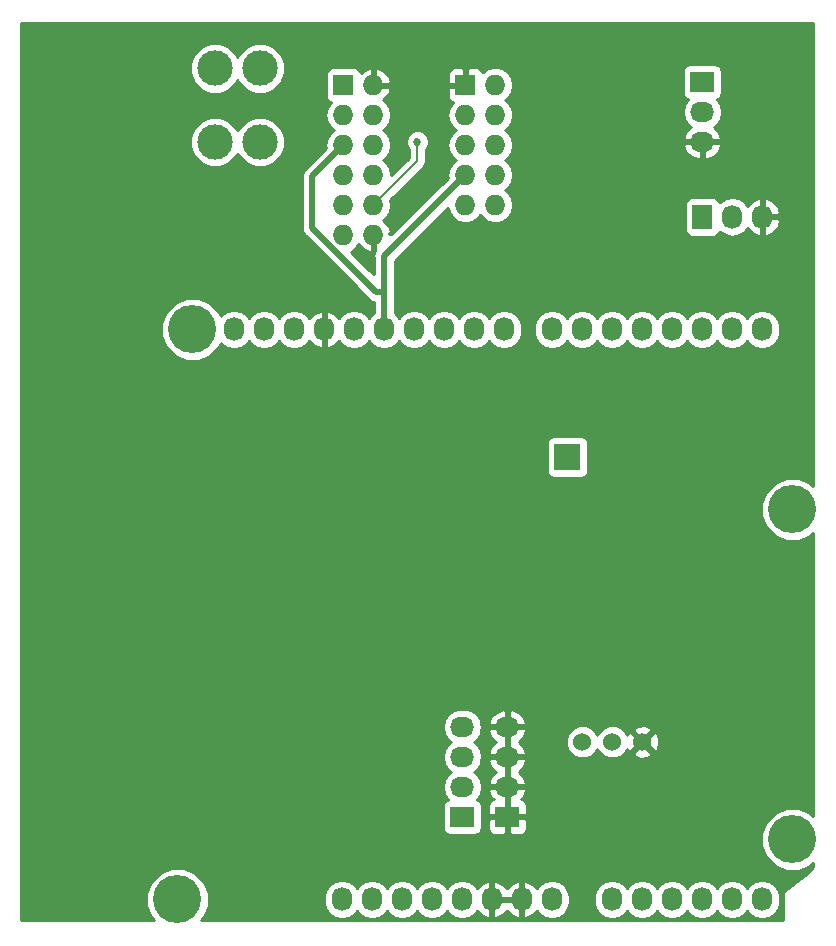
<source format=gbl>
G04 #@! TF.GenerationSoftware,KiCad,Pcbnew,5.0.0-rc2*
G04 #@! TF.CreationDate,2018-11-13T00:27:13-05:00*
G04 #@! TF.ProjectId,uno,756E6F2E6B696361645F706362000000,v1.0*
G04 #@! TF.SameCoordinates,Original*
G04 #@! TF.FileFunction,Copper,L2,Bot,Signal*
G04 #@! TF.FilePolarity,Positive*
%FSLAX46Y46*%
G04 Gerber Fmt 4.6, Leading zero omitted, Abs format (unit mm)*
G04 Created by KiCad (PCBNEW 5.0.0-rc2) date Tue Nov 13 00:27:13 2018*
%MOMM*%
%LPD*%
G01*
G04 APERTURE LIST*
G04 #@! TA.AperFunction,ComponentPad*
%ADD10O,1.727200X2.032000*%
G04 #@! TD*
G04 #@! TA.AperFunction,ComponentPad*
%ADD11C,1.727200*%
G04 #@! TD*
G04 #@! TA.AperFunction,ComponentPad*
%ADD12C,4.064000*%
G04 #@! TD*
G04 #@! TA.AperFunction,ComponentPad*
%ADD13O,2.032000X1.727200*%
G04 #@! TD*
G04 #@! TA.AperFunction,ComponentPad*
%ADD14R,2.032000X1.727200*%
G04 #@! TD*
G04 #@! TA.AperFunction,ComponentPad*
%ADD15R,1.727200X1.727200*%
G04 #@! TD*
G04 #@! TA.AperFunction,ComponentPad*
%ADD16O,1.727200X1.727200*%
G04 #@! TD*
G04 #@! TA.AperFunction,ComponentPad*
%ADD17C,2.999740*%
G04 #@! TD*
G04 #@! TA.AperFunction,ComponentPad*
%ADD18R,2.235200X2.235200*%
G04 #@! TD*
G04 #@! TA.AperFunction,ComponentPad*
%ADD19R,1.727200X2.032000*%
G04 #@! TD*
G04 #@! TA.AperFunction,ComponentPad*
%ADD20C,1.524000*%
G04 #@! TD*
G04 #@! TA.AperFunction,ViaPad*
%ADD21C,0.685800*%
G04 #@! TD*
G04 #@! TA.AperFunction,Conductor*
%ADD22C,0.152400*%
G04 #@! TD*
G04 #@! TA.AperFunction,Conductor*
%ADD23C,0.508000*%
G04 #@! TD*
G04 #@! TA.AperFunction,Conductor*
%ADD24C,0.254000*%
G04 #@! TD*
G04 APERTURE END LIST*
D10*
G04 #@! TO.P,U5,NC*
G04 #@! TO.N,Net-(U5-PadNC)*
X48209200Y-108585000D03*
G04 #@! TO.P,U5,IO*
G04 #@! TO.N,IOREF*
X50749200Y-108585000D03*
G04 #@! TO.P,U5,RST*
G04 #@! TO.N,RESET*
X53289200Y-108585000D03*
G04 #@! TO.P,U5,3V3*
G04 #@! TO.N,+3V3*
X55829200Y-108585000D03*
G04 #@! TO.P,U5,5V*
G04 #@! TO.N,+5V*
X58369200Y-108585000D03*
G04 #@! TO.P,U5,GND1*
G04 #@! TO.N,GND*
X60909200Y-108585000D03*
G04 #@! TO.P,U5,GND2*
X63449200Y-108585000D03*
G04 #@! TO.P,U5,VIN*
G04 #@! TO.N,VIN*
X65989200Y-108585000D03*
G04 #@! TO.P,U5,A0*
G04 #@! TO.N,/A0*
X71094600Y-108585000D03*
G04 #@! TO.P,U5,A1*
G04 #@! TO.N,/A1*
X73634600Y-108585000D03*
G04 #@! TO.P,U5,A2*
G04 #@! TO.N,/A2*
X76174600Y-108585000D03*
G04 #@! TO.P,U5,A5*
G04 #@! TO.N,/A5*
X83794600Y-108585000D03*
G04 #@! TO.P,U5,A4*
G04 #@! TO.N,/A4*
X81254600Y-108585000D03*
G04 #@! TO.P,U5,A3*
G04 #@! TO.N,/A3*
X78714600Y-108585000D03*
G04 #@! TO.P,U5,D1*
G04 #@! TO.N,/D1*
X81254600Y-60325000D03*
G04 #@! TO.P,U5,D0*
G04 #@! TO.N,/D0*
X83794600Y-60325000D03*
G04 #@! TO.P,U5,D5*
G04 #@! TO.N,/D5*
X71094600Y-60325000D03*
G04 #@! TO.P,U5,D4*
G04 #@! TO.N,/D4*
X73634600Y-60325000D03*
G04 #@! TO.P,U5,D6*
G04 #@! TO.N,/D6*
X68554600Y-60325000D03*
G04 #@! TO.P,U5,D7*
G04 #@! TO.N,/D7*
X66014600Y-60325000D03*
G04 #@! TO.P,U5,D3*
G04 #@! TO.N,/D3*
X76174600Y-60325000D03*
G04 #@! TO.P,U5,D2*
G04 #@! TO.N,/D2*
X78714600Y-60325000D03*
G04 #@! TO.P,U5,D13*
G04 #@! TO.N,/D13*
X49250600Y-60325000D03*
G04 #@! TO.P,U5,D12*
G04 #@! TO.N,/D12*
X51790600Y-60325000D03*
G04 #@! TO.P,U5,D11*
G04 #@! TO.N,/D11*
X54330600Y-60325000D03*
G04 #@! TO.P,U5,D8*
G04 #@! TO.N,/D8*
X61950600Y-60325000D03*
G04 #@! TO.P,U5,D9*
G04 #@! TO.N,/D9*
X59410600Y-60325000D03*
G04 #@! TO.P,U5,D10*
G04 #@! TO.N,/CS*
X56870600Y-60325000D03*
G04 #@! TO.P,U5,AREF*
G04 #@! TO.N,/AREF*
X44170600Y-60325000D03*
G04 #@! TO.P,U5,GND3*
G04 #@! TO.N,GND*
X46710600Y-60325000D03*
G04 #@! TO.P,U5,SCL*
G04 #@! TO.N,/A5*
X39090600Y-60325000D03*
G04 #@! TO.P,U5,SDA*
G04 #@! TO.N,/A4*
X41630600Y-60325000D03*
D11*
G04 #@! TO.P,U5,H1*
G04 #@! TO.N,N/C*
X35509200Y-60375800D03*
G04 #@! TD*
D12*
G04 #@! TO.P,U1,1*
G04 #@! TO.N,Net-(U1-Pad1)*
X34290000Y-108585000D03*
G04 #@! TD*
G04 #@! TO.P,U2,1*
G04 #@! TO.N,Net-(U2-Pad1)*
X86360000Y-103505000D03*
G04 #@! TD*
G04 #@! TO.P,U3,1*
G04 #@! TO.N,Net-(U3-Pad1)*
X35560000Y-60325000D03*
G04 #@! TD*
G04 #@! TO.P,U4,1*
G04 #@! TO.N,Net-(U4-Pad1)*
X86360000Y-75565000D03*
G04 #@! TD*
D13*
G04 #@! TO.P,P1,4*
G04 #@! TO.N,+5V*
X58420000Y-93980000D03*
G04 #@! TO.P,P1,3*
X58420000Y-96520000D03*
G04 #@! TO.P,P1,2*
X58420000Y-99060000D03*
D14*
G04 #@! TO.P,P1,1*
X58420000Y-101600000D03*
G04 #@! TD*
D15*
G04 #@! TO.P,P2,1*
G04 #@! TO.N,GND*
X58662333Y-39639500D03*
D16*
G04 #@! TO.P,P2,2*
G04 #@! TO.N,/VCC_Branch*
X61202333Y-39639500D03*
G04 #@! TO.P,P2,3*
G04 #@! TO.N,/RST*
X58662333Y-42179500D03*
G04 #@! TO.P,P2,4*
G04 #@! TO.N,/CS*
X61202333Y-42179500D03*
G04 #@! TO.P,P2,5*
G04 #@! TO.N,/D13*
X58662333Y-44719500D03*
G04 #@! TO.P,P2,6*
G04 #@! TO.N,/D11*
X61202333Y-44719500D03*
G04 #@! TO.P,P2,7*
G04 #@! TO.N,/D12*
X58662333Y-47259500D03*
G04 #@! TO.P,P2,8*
G04 #@! TO.N,/WOL*
X61202333Y-47259500D03*
G04 #@! TO.P,P2,9*
G04 #@! TO.N,/INT*
X58662333Y-49799500D03*
G04 #@! TO.P,P2,10*
G04 #@! TO.N,/CLKOUT*
X61202333Y-49799500D03*
G04 #@! TD*
D17*
G04 #@! TO.P,P3,1*
G04 #@! TO.N,+3V3*
X37465000Y-44450000D03*
G04 #@! TO.P,P3,2*
G04 #@! TO.N,/VCC_Branch*
X41275000Y-44450000D03*
G04 #@! TD*
G04 #@! TO.P,P4,2*
G04 #@! TO.N,/VCC_Branch*
X41275000Y-38228500D03*
G04 #@! TO.P,P4,1*
G04 #@! TO.N,+5V*
X37465000Y-38228500D03*
G04 #@! TD*
D14*
G04 #@! TO.P,P5,1*
G04 #@! TO.N,GND*
X62230000Y-101600000D03*
D13*
G04 #@! TO.P,P5,2*
X62230000Y-99060000D03*
G04 #@! TO.P,P5,3*
X62230000Y-96520000D03*
G04 #@! TO.P,P5,4*
X62230000Y-93980000D03*
G04 #@! TD*
D18*
G04 #@! TO.P,P6,1*
G04 #@! TO.N,/UNUSED*
X67310000Y-71120000D03*
G04 #@! TD*
D15*
G04 #@! TO.P,P7,1*
G04 #@! TO.N,/VCC_Branch*
X48342333Y-39639500D03*
D16*
G04 #@! TO.P,P7,2*
G04 #@! TO.N,GND*
X50882333Y-39639500D03*
G04 #@! TO.P,P7,3*
G04 #@! TO.N,/INT*
X48342333Y-42179500D03*
G04 #@! TO.P,P7,4*
G04 #@! TO.N,/CLKOUT*
X50882333Y-42179500D03*
G04 #@! TO.P,P7,5*
G04 #@! TO.N,/D12*
X48342333Y-44719500D03*
G04 #@! TO.P,P7,6*
G04 #@! TO.N,/WOL*
X50882333Y-44719500D03*
G04 #@! TO.P,P7,7*
G04 #@! TO.N,/D13*
X48342333Y-47259500D03*
G04 #@! TO.P,P7,8*
G04 #@! TO.N,/D11*
X50882333Y-47259500D03*
G04 #@! TO.P,P7,9*
G04 #@! TO.N,/RST*
X48342333Y-49799500D03*
G04 #@! TO.P,P7,10*
G04 #@! TO.N,/CS*
X50882333Y-49799500D03*
G04 #@! TO.P,P7,11*
G04 #@! TO.N,/Q3*
X48342333Y-52339500D03*
G04 #@! TO.P,P7,12*
G04 #@! TO.N,GND*
X50882333Y-52339500D03*
G04 #@! TD*
D13*
G04 #@! TO.P,P8,3*
G04 #@! TO.N,GND*
X78740000Y-44450000D03*
G04 #@! TO.P,P8,2*
G04 #@! TO.N,/D4*
X78740000Y-41910000D03*
D14*
G04 #@! TO.P,P8,1*
G04 #@! TO.N,+5V*
X78740000Y-39370000D03*
G04 #@! TD*
D19*
G04 #@! TO.P,P9,1*
G04 #@! TO.N,+5V*
X78740000Y-50800000D03*
D10*
G04 #@! TO.P,P9,2*
G04 #@! TO.N,/D3*
X81280000Y-50800000D03*
G04 #@! TO.P,P9,3*
G04 #@! TO.N,GND*
X83820000Y-50800000D03*
G04 #@! TD*
D20*
G04 #@! TO.P,P10,2*
G04 #@! TO.N,/A0*
X71120000Y-95250000D03*
G04 #@! TO.P,P10,3*
G04 #@! TO.N,GND*
X73660000Y-95250000D03*
G04 #@! TO.P,P10,1*
G04 #@! TO.N,+5V*
X68580000Y-95250000D03*
G04 #@! TD*
D21*
G04 #@! TO.N,GND*
X81280000Y-69850000D03*
G04 #@! TO.N,/CS*
X54610000Y-44450000D03*
G04 #@! TD*
D22*
G04 #@! TO.N,/CS*
X54610000Y-46071833D02*
X50882333Y-49799500D01*
X54610000Y-44450000D02*
X54610000Y-46071833D01*
D23*
G04 #@! TO.N,/D12*
X51790600Y-54131233D02*
X58662333Y-47259500D01*
X45720000Y-51747137D02*
X49852863Y-55880000D01*
X45720000Y-47341833D02*
X45720000Y-51747137D01*
X48342333Y-44719500D02*
X45720000Y-47341833D01*
X51790600Y-55880000D02*
X51790600Y-54131233D01*
X51122863Y-57150000D02*
X49852863Y-55880000D01*
X51790600Y-57150000D02*
X51122863Y-57150000D01*
X51790600Y-60325000D02*
X51790600Y-57150000D01*
X51790600Y-57150000D02*
X51790600Y-55880000D01*
G04 #@! TD*
D24*
G04 #@! TO.N,GND*
G36*
X87793023Y-73271837D02*
X86890499Y-72898000D01*
X85829501Y-72898000D01*
X84849266Y-73304026D01*
X84099026Y-74054266D01*
X83693000Y-75034501D01*
X83693000Y-76095499D01*
X84099026Y-77075734D01*
X84849266Y-77825974D01*
X85829501Y-78232000D01*
X86890499Y-78232000D01*
X87752287Y-77875036D01*
X87546670Y-101109794D01*
X86890499Y-100838000D01*
X85829501Y-100838000D01*
X84849266Y-101244026D01*
X84099026Y-101994266D01*
X83693000Y-102974501D01*
X83693000Y-104035499D01*
X84099026Y-105015734D01*
X84849266Y-105765974D01*
X85829501Y-106172000D01*
X86890499Y-106172000D01*
X87504121Y-105917830D01*
X87503465Y-105991929D01*
X85635197Y-107860197D01*
X85607667Y-107901399D01*
X85598000Y-107950000D01*
X85598000Y-110363000D01*
X36283708Y-110363000D01*
X36550974Y-110095734D01*
X36957000Y-109115499D01*
X36957000Y-108285003D01*
X46710600Y-108285003D01*
X46710601Y-108884998D01*
X46797551Y-109322125D01*
X47128771Y-109817830D01*
X47624476Y-110149050D01*
X48209200Y-110265359D01*
X48793925Y-110149049D01*
X49289630Y-109817829D01*
X49479200Y-109534118D01*
X49668771Y-109817830D01*
X50164476Y-110149050D01*
X50749200Y-110265359D01*
X51333925Y-110149049D01*
X51829630Y-109817829D01*
X52019200Y-109534118D01*
X52208771Y-109817830D01*
X52704476Y-110149050D01*
X53289200Y-110265359D01*
X53873925Y-110149049D01*
X54369630Y-109817829D01*
X54559200Y-109534118D01*
X54748771Y-109817830D01*
X55244476Y-110149050D01*
X55829200Y-110265359D01*
X56413925Y-110149049D01*
X56909630Y-109817829D01*
X57099200Y-109534118D01*
X57288771Y-109817830D01*
X57784476Y-110149050D01*
X58369200Y-110265359D01*
X58953925Y-110149049D01*
X59449630Y-109817829D01*
X59643109Y-109528267D01*
X60007164Y-109935732D01*
X60534409Y-110189709D01*
X60550174Y-110192358D01*
X60782200Y-110071217D01*
X60782200Y-108712000D01*
X61036200Y-108712000D01*
X61036200Y-110071217D01*
X61268226Y-110192358D01*
X61283991Y-110189709D01*
X61811236Y-109935732D01*
X62179200Y-109523892D01*
X62547164Y-109935732D01*
X63074409Y-110189709D01*
X63090174Y-110192358D01*
X63322200Y-110071217D01*
X63322200Y-108712000D01*
X61036200Y-108712000D01*
X60782200Y-108712000D01*
X60762200Y-108712000D01*
X60762200Y-108458000D01*
X60782200Y-108458000D01*
X60782200Y-107098783D01*
X61036200Y-107098783D01*
X61036200Y-108458000D01*
X63322200Y-108458000D01*
X63322200Y-107098783D01*
X63576200Y-107098783D01*
X63576200Y-108458000D01*
X63596200Y-108458000D01*
X63596200Y-108712000D01*
X63576200Y-108712000D01*
X63576200Y-110071217D01*
X63808226Y-110192358D01*
X63823991Y-110189709D01*
X64351236Y-109935732D01*
X64715291Y-109528267D01*
X64908771Y-109817830D01*
X65404476Y-110149050D01*
X65989200Y-110265359D01*
X66573925Y-110149049D01*
X67069630Y-109817829D01*
X67400850Y-109322124D01*
X67487800Y-108884997D01*
X67487800Y-108285003D01*
X69596000Y-108285003D01*
X69596001Y-108884998D01*
X69682951Y-109322125D01*
X70014171Y-109817830D01*
X70509876Y-110149050D01*
X71094600Y-110265359D01*
X71679325Y-110149049D01*
X72175030Y-109817829D01*
X72364600Y-109534118D01*
X72554171Y-109817830D01*
X73049876Y-110149050D01*
X73634600Y-110265359D01*
X74219325Y-110149049D01*
X74715030Y-109817829D01*
X74904600Y-109534118D01*
X75094171Y-109817830D01*
X75589876Y-110149050D01*
X76174600Y-110265359D01*
X76759325Y-110149049D01*
X77255030Y-109817829D01*
X77444600Y-109534118D01*
X77634171Y-109817830D01*
X78129876Y-110149050D01*
X78714600Y-110265359D01*
X79299325Y-110149049D01*
X79795030Y-109817829D01*
X79984600Y-109534118D01*
X80174171Y-109817830D01*
X80669876Y-110149050D01*
X81254600Y-110265359D01*
X81839325Y-110149049D01*
X82335030Y-109817829D01*
X82524600Y-109534118D01*
X82714171Y-109817830D01*
X83209876Y-110149050D01*
X83794600Y-110265359D01*
X84379325Y-110149049D01*
X84875030Y-109817829D01*
X85206250Y-109322124D01*
X85293200Y-108884997D01*
X85293199Y-108285002D01*
X85206249Y-107847875D01*
X84875029Y-107352170D01*
X84379324Y-107020950D01*
X83794600Y-106904641D01*
X83209875Y-107020951D01*
X82714170Y-107352171D01*
X82524600Y-107635882D01*
X82335029Y-107352170D01*
X81839324Y-107020950D01*
X81254600Y-106904641D01*
X80669875Y-107020951D01*
X80174170Y-107352171D01*
X79984600Y-107635882D01*
X79795029Y-107352170D01*
X79299324Y-107020950D01*
X78714600Y-106904641D01*
X78129875Y-107020951D01*
X77634170Y-107352171D01*
X77444600Y-107635882D01*
X77255029Y-107352170D01*
X76759324Y-107020950D01*
X76174600Y-106904641D01*
X75589875Y-107020951D01*
X75094170Y-107352171D01*
X74904600Y-107635882D01*
X74715029Y-107352170D01*
X74219324Y-107020950D01*
X73634600Y-106904641D01*
X73049875Y-107020951D01*
X72554170Y-107352171D01*
X72364600Y-107635882D01*
X72175029Y-107352170D01*
X71679324Y-107020950D01*
X71094600Y-106904641D01*
X70509875Y-107020951D01*
X70014170Y-107352171D01*
X69682950Y-107847876D01*
X69596000Y-108285003D01*
X67487800Y-108285003D01*
X67487799Y-108285002D01*
X67400849Y-107847875D01*
X67069629Y-107352170D01*
X66573924Y-107020950D01*
X65989200Y-106904641D01*
X65404475Y-107020951D01*
X64908770Y-107352171D01*
X64715291Y-107641733D01*
X64351236Y-107234268D01*
X63823991Y-106980291D01*
X63808226Y-106977642D01*
X63576200Y-107098783D01*
X63322200Y-107098783D01*
X63090174Y-106977642D01*
X63074409Y-106980291D01*
X62547164Y-107234268D01*
X62179200Y-107646108D01*
X61811236Y-107234268D01*
X61283991Y-106980291D01*
X61268226Y-106977642D01*
X61036200Y-107098783D01*
X60782200Y-107098783D01*
X60550174Y-106977642D01*
X60534409Y-106980291D01*
X60007164Y-107234268D01*
X59643109Y-107641733D01*
X59449629Y-107352170D01*
X58953924Y-107020950D01*
X58369200Y-106904641D01*
X57784475Y-107020951D01*
X57288770Y-107352171D01*
X57099200Y-107635882D01*
X56909629Y-107352170D01*
X56413924Y-107020950D01*
X55829200Y-106904641D01*
X55244475Y-107020951D01*
X54748770Y-107352171D01*
X54559200Y-107635882D01*
X54369629Y-107352170D01*
X53873924Y-107020950D01*
X53289200Y-106904641D01*
X52704475Y-107020951D01*
X52208770Y-107352171D01*
X52019200Y-107635882D01*
X51829629Y-107352170D01*
X51333924Y-107020950D01*
X50749200Y-106904641D01*
X50164475Y-107020951D01*
X49668770Y-107352171D01*
X49479200Y-107635882D01*
X49289629Y-107352170D01*
X48793924Y-107020950D01*
X48209200Y-106904641D01*
X47624475Y-107020951D01*
X47128770Y-107352171D01*
X46797550Y-107847876D01*
X46710600Y-108285003D01*
X36957000Y-108285003D01*
X36957000Y-108054501D01*
X36550974Y-107074266D01*
X35800734Y-106324026D01*
X34820499Y-105918000D01*
X33759501Y-105918000D01*
X32779266Y-106324026D01*
X32029026Y-107074266D01*
X31623000Y-108054501D01*
X31623000Y-109115499D01*
X32029026Y-110095734D01*
X32296292Y-110363000D01*
X21082000Y-110363000D01*
X21082000Y-93980000D01*
X56739641Y-93980000D01*
X56855950Y-94564725D01*
X57187170Y-95060430D01*
X57470881Y-95250000D01*
X57187170Y-95439570D01*
X56855950Y-95935275D01*
X56739641Y-96520000D01*
X56855950Y-97104725D01*
X57187170Y-97600430D01*
X57470881Y-97790000D01*
X57187170Y-97979570D01*
X56855950Y-98475275D01*
X56739641Y-99060000D01*
X56855950Y-99644725D01*
X57182251Y-100133068D01*
X57156235Y-100138243D01*
X56946191Y-100278591D01*
X56805843Y-100488635D01*
X56756560Y-100736400D01*
X56756560Y-102463600D01*
X56805843Y-102711365D01*
X56946191Y-102921409D01*
X57156235Y-103061757D01*
X57404000Y-103111040D01*
X59436000Y-103111040D01*
X59683765Y-103061757D01*
X59893809Y-102921409D01*
X60034157Y-102711365D01*
X60083440Y-102463600D01*
X60083440Y-101885750D01*
X60579000Y-101885750D01*
X60579000Y-102589910D01*
X60675673Y-102823299D01*
X60854302Y-103001927D01*
X61087691Y-103098600D01*
X61944250Y-103098600D01*
X62103000Y-102939850D01*
X62103000Y-101727000D01*
X62357000Y-101727000D01*
X62357000Y-102939850D01*
X62515750Y-103098600D01*
X63372309Y-103098600D01*
X63605698Y-103001927D01*
X63784327Y-102823299D01*
X63881000Y-102589910D01*
X63881000Y-101885750D01*
X63722250Y-101727000D01*
X62357000Y-101727000D01*
X62103000Y-101727000D01*
X60737750Y-101727000D01*
X60579000Y-101885750D01*
X60083440Y-101885750D01*
X60083440Y-100736400D01*
X60058316Y-100610090D01*
X60579000Y-100610090D01*
X60579000Y-101314250D01*
X60737750Y-101473000D01*
X62103000Y-101473000D01*
X62103000Y-99187000D01*
X62357000Y-99187000D01*
X62357000Y-101473000D01*
X63722250Y-101473000D01*
X63881000Y-101314250D01*
X63881000Y-100610090D01*
X63784327Y-100376701D01*
X63605698Y-100198073D01*
X63408139Y-100116241D01*
X63580732Y-99962036D01*
X63834709Y-99434791D01*
X63837358Y-99419026D01*
X63716217Y-99187000D01*
X62357000Y-99187000D01*
X62103000Y-99187000D01*
X60743783Y-99187000D01*
X60622642Y-99419026D01*
X60625291Y-99434791D01*
X60879268Y-99962036D01*
X61051861Y-100116241D01*
X60854302Y-100198073D01*
X60675673Y-100376701D01*
X60579000Y-100610090D01*
X60058316Y-100610090D01*
X60034157Y-100488635D01*
X59893809Y-100278591D01*
X59683765Y-100138243D01*
X59657749Y-100133068D01*
X59984050Y-99644725D01*
X60100359Y-99060000D01*
X59984050Y-98475275D01*
X59652830Y-97979570D01*
X59369119Y-97790000D01*
X59652830Y-97600430D01*
X59984050Y-97104725D01*
X60028944Y-96879026D01*
X60622642Y-96879026D01*
X60625291Y-96894791D01*
X60879268Y-97422036D01*
X61291108Y-97790000D01*
X60879268Y-98157964D01*
X60625291Y-98685209D01*
X60622642Y-98700974D01*
X60743783Y-98933000D01*
X62103000Y-98933000D01*
X62103000Y-96647000D01*
X62357000Y-96647000D01*
X62357000Y-98933000D01*
X63716217Y-98933000D01*
X63837358Y-98700974D01*
X63834709Y-98685209D01*
X63580732Y-98157964D01*
X63168892Y-97790000D01*
X63580732Y-97422036D01*
X63834709Y-96894791D01*
X63837358Y-96879026D01*
X63716217Y-96647000D01*
X62357000Y-96647000D01*
X62103000Y-96647000D01*
X60743783Y-96647000D01*
X60622642Y-96879026D01*
X60028944Y-96879026D01*
X60100359Y-96520000D01*
X59984050Y-95935275D01*
X59652830Y-95439570D01*
X59369119Y-95250000D01*
X59652830Y-95060430D01*
X59984050Y-94564725D01*
X60028944Y-94339026D01*
X60622642Y-94339026D01*
X60625291Y-94354791D01*
X60879268Y-94882036D01*
X61291108Y-95250000D01*
X60879268Y-95617964D01*
X60625291Y-96145209D01*
X60622642Y-96160974D01*
X60743783Y-96393000D01*
X62103000Y-96393000D01*
X62103000Y-94107000D01*
X62357000Y-94107000D01*
X62357000Y-96393000D01*
X63716217Y-96393000D01*
X63837358Y-96160974D01*
X63834709Y-96145209D01*
X63580732Y-95617964D01*
X63168892Y-95250000D01*
X63479907Y-94972119D01*
X67183000Y-94972119D01*
X67183000Y-95527881D01*
X67395680Y-96041337D01*
X67788663Y-96434320D01*
X68302119Y-96647000D01*
X68857881Y-96647000D01*
X69371337Y-96434320D01*
X69764320Y-96041337D01*
X69850000Y-95834487D01*
X69935680Y-96041337D01*
X70328663Y-96434320D01*
X70842119Y-96647000D01*
X71397881Y-96647000D01*
X71911337Y-96434320D01*
X72115444Y-96230213D01*
X72859392Y-96230213D01*
X72928857Y-96472397D01*
X73452302Y-96659144D01*
X74007368Y-96631362D01*
X74391143Y-96472397D01*
X74460608Y-96230213D01*
X73660000Y-95429605D01*
X72859392Y-96230213D01*
X72115444Y-96230213D01*
X72304320Y-96041337D01*
X72383428Y-95850353D01*
X72437603Y-95981143D01*
X72679787Y-96050608D01*
X73480395Y-95250000D01*
X73839605Y-95250000D01*
X74640213Y-96050608D01*
X74882397Y-95981143D01*
X75069144Y-95457698D01*
X75041362Y-94902632D01*
X74882397Y-94518857D01*
X74640213Y-94449392D01*
X73839605Y-95250000D01*
X73480395Y-95250000D01*
X72679787Y-94449392D01*
X72437603Y-94518857D01*
X72387465Y-94659393D01*
X72304320Y-94458663D01*
X72115444Y-94269787D01*
X72859392Y-94269787D01*
X73660000Y-95070395D01*
X74460608Y-94269787D01*
X74391143Y-94027603D01*
X73867698Y-93840856D01*
X73312632Y-93868638D01*
X72928857Y-94027603D01*
X72859392Y-94269787D01*
X72115444Y-94269787D01*
X71911337Y-94065680D01*
X71397881Y-93853000D01*
X70842119Y-93853000D01*
X70328663Y-94065680D01*
X69935680Y-94458663D01*
X69850000Y-94665513D01*
X69764320Y-94458663D01*
X69371337Y-94065680D01*
X68857881Y-93853000D01*
X68302119Y-93853000D01*
X67788663Y-94065680D01*
X67395680Y-94458663D01*
X67183000Y-94972119D01*
X63479907Y-94972119D01*
X63580732Y-94882036D01*
X63834709Y-94354791D01*
X63837358Y-94339026D01*
X63716217Y-94107000D01*
X62357000Y-94107000D01*
X62103000Y-94107000D01*
X60743783Y-94107000D01*
X60622642Y-94339026D01*
X60028944Y-94339026D01*
X60100359Y-93980000D01*
X60028945Y-93620974D01*
X60622642Y-93620974D01*
X60743783Y-93853000D01*
X62103000Y-93853000D01*
X62103000Y-92639076D01*
X62357000Y-92639076D01*
X62357000Y-93853000D01*
X63716217Y-93853000D01*
X63837358Y-93620974D01*
X63834709Y-93605209D01*
X63580732Y-93077964D01*
X63144320Y-92688046D01*
X62591913Y-92494816D01*
X62357000Y-92639076D01*
X62103000Y-92639076D01*
X61868087Y-92494816D01*
X61315680Y-92688046D01*
X60879268Y-93077964D01*
X60625291Y-93605209D01*
X60622642Y-93620974D01*
X60028945Y-93620974D01*
X59984050Y-93395275D01*
X59652830Y-92899570D01*
X59157125Y-92568350D01*
X58719998Y-92481400D01*
X58120002Y-92481400D01*
X57682875Y-92568350D01*
X57187170Y-92899570D01*
X56855950Y-93395275D01*
X56739641Y-93980000D01*
X21082000Y-93980000D01*
X21082000Y-70002400D01*
X65544960Y-70002400D01*
X65544960Y-72237600D01*
X65594243Y-72485365D01*
X65734591Y-72695409D01*
X65944635Y-72835757D01*
X66192400Y-72885040D01*
X68427600Y-72885040D01*
X68675365Y-72835757D01*
X68885409Y-72695409D01*
X69025757Y-72485365D01*
X69075040Y-72237600D01*
X69075040Y-70002400D01*
X69025757Y-69754635D01*
X68885409Y-69544591D01*
X68675365Y-69404243D01*
X68427600Y-69354960D01*
X66192400Y-69354960D01*
X65944635Y-69404243D01*
X65734591Y-69544591D01*
X65594243Y-69754635D01*
X65544960Y-70002400D01*
X21082000Y-70002400D01*
X21082000Y-59794501D01*
X32893000Y-59794501D01*
X32893000Y-60855499D01*
X33299026Y-61835734D01*
X34049266Y-62585974D01*
X35029501Y-62992000D01*
X36090499Y-62992000D01*
X37070734Y-62585974D01*
X37820974Y-61835734D01*
X37964437Y-61489384D01*
X38010171Y-61557830D01*
X38505876Y-61889050D01*
X39090600Y-62005359D01*
X39675325Y-61889049D01*
X40171030Y-61557829D01*
X40360600Y-61274118D01*
X40550171Y-61557830D01*
X41045876Y-61889050D01*
X41630600Y-62005359D01*
X42215325Y-61889049D01*
X42711030Y-61557829D01*
X42900600Y-61274118D01*
X43090171Y-61557830D01*
X43585876Y-61889050D01*
X44170600Y-62005359D01*
X44755325Y-61889049D01*
X45251030Y-61557829D01*
X45444509Y-61268267D01*
X45808564Y-61675732D01*
X46335809Y-61929709D01*
X46351574Y-61932358D01*
X46583600Y-61811217D01*
X46583600Y-60452000D01*
X46563600Y-60452000D01*
X46563600Y-60198000D01*
X46583600Y-60198000D01*
X46583600Y-58838783D01*
X46351574Y-58717642D01*
X46335809Y-58720291D01*
X45808564Y-58974268D01*
X45444509Y-59381733D01*
X45251029Y-59092170D01*
X44755324Y-58760950D01*
X44170600Y-58644641D01*
X43585875Y-58760951D01*
X43090170Y-59092171D01*
X42900600Y-59375882D01*
X42711029Y-59092170D01*
X42215324Y-58760950D01*
X41630600Y-58644641D01*
X41045875Y-58760951D01*
X40550170Y-59092171D01*
X40360600Y-59375882D01*
X40171029Y-59092170D01*
X39675324Y-58760950D01*
X39090600Y-58644641D01*
X38505875Y-58760951D01*
X38010170Y-59092171D01*
X37964437Y-59160616D01*
X37820974Y-58814266D01*
X37070734Y-58064026D01*
X36090499Y-57658000D01*
X35029501Y-57658000D01*
X34049266Y-58064026D01*
X33299026Y-58814266D01*
X32893000Y-59794501D01*
X21082000Y-59794501D01*
X21082000Y-47341833D01*
X44813584Y-47341833D01*
X44831000Y-47429388D01*
X44831001Y-51659578D01*
X44813584Y-51747137D01*
X44870413Y-52032829D01*
X44882582Y-52094007D01*
X45079068Y-52388070D01*
X45153294Y-52437666D01*
X49286156Y-56570529D01*
X49286159Y-56570531D01*
X50432334Y-57716707D01*
X50481930Y-57790933D01*
X50775993Y-57987419D01*
X50901601Y-58012404D01*
X50901600Y-58964261D01*
X50710170Y-59092171D01*
X50520600Y-59375882D01*
X50331029Y-59092170D01*
X49835324Y-58760950D01*
X49250600Y-58644641D01*
X48665875Y-58760951D01*
X48170170Y-59092171D01*
X47976691Y-59381733D01*
X47612636Y-58974268D01*
X47085391Y-58720291D01*
X47069626Y-58717642D01*
X46837600Y-58838783D01*
X46837600Y-60198000D01*
X46857600Y-60198000D01*
X46857600Y-60452000D01*
X46837600Y-60452000D01*
X46837600Y-61811217D01*
X47069626Y-61932358D01*
X47085391Y-61929709D01*
X47612636Y-61675732D01*
X47976691Y-61268267D01*
X48170171Y-61557830D01*
X48665876Y-61889050D01*
X49250600Y-62005359D01*
X49835325Y-61889049D01*
X50331030Y-61557829D01*
X50520600Y-61274118D01*
X50710171Y-61557830D01*
X51205876Y-61889050D01*
X51790600Y-62005359D01*
X52375325Y-61889049D01*
X52871030Y-61557829D01*
X53060600Y-61274118D01*
X53250171Y-61557830D01*
X53745876Y-61889050D01*
X54330600Y-62005359D01*
X54915325Y-61889049D01*
X55411030Y-61557829D01*
X55600600Y-61274118D01*
X55790171Y-61557830D01*
X56285876Y-61889050D01*
X56870600Y-62005359D01*
X57455325Y-61889049D01*
X57951030Y-61557829D01*
X58140600Y-61274118D01*
X58330171Y-61557830D01*
X58825876Y-61889050D01*
X59410600Y-62005359D01*
X59995325Y-61889049D01*
X60491030Y-61557829D01*
X60680600Y-61274118D01*
X60870171Y-61557830D01*
X61365876Y-61889050D01*
X61950600Y-62005359D01*
X62535325Y-61889049D01*
X63031030Y-61557829D01*
X63362250Y-61062124D01*
X63449200Y-60624997D01*
X63449200Y-60025003D01*
X64516000Y-60025003D01*
X64516001Y-60624998D01*
X64602951Y-61062125D01*
X64934171Y-61557830D01*
X65429876Y-61889050D01*
X66014600Y-62005359D01*
X66599325Y-61889049D01*
X67095030Y-61557829D01*
X67284600Y-61274118D01*
X67474171Y-61557830D01*
X67969876Y-61889050D01*
X68554600Y-62005359D01*
X69139325Y-61889049D01*
X69635030Y-61557829D01*
X69824600Y-61274118D01*
X70014171Y-61557830D01*
X70509876Y-61889050D01*
X71094600Y-62005359D01*
X71679325Y-61889049D01*
X72175030Y-61557829D01*
X72364600Y-61274118D01*
X72554171Y-61557830D01*
X73049876Y-61889050D01*
X73634600Y-62005359D01*
X74219325Y-61889049D01*
X74715030Y-61557829D01*
X74904600Y-61274118D01*
X75094171Y-61557830D01*
X75589876Y-61889050D01*
X76174600Y-62005359D01*
X76759325Y-61889049D01*
X77255030Y-61557829D01*
X77444600Y-61274118D01*
X77634171Y-61557830D01*
X78129876Y-61889050D01*
X78714600Y-62005359D01*
X79299325Y-61889049D01*
X79795030Y-61557829D01*
X79984600Y-61274118D01*
X80174171Y-61557830D01*
X80669876Y-61889050D01*
X81254600Y-62005359D01*
X81839325Y-61889049D01*
X82335030Y-61557829D01*
X82524600Y-61274118D01*
X82714171Y-61557830D01*
X83209876Y-61889050D01*
X83794600Y-62005359D01*
X84379325Y-61889049D01*
X84875030Y-61557829D01*
X85206250Y-61062124D01*
X85293200Y-60624997D01*
X85293199Y-60025002D01*
X85206249Y-59587875D01*
X84875029Y-59092170D01*
X84379324Y-58760950D01*
X83794600Y-58644641D01*
X83209875Y-58760951D01*
X82714170Y-59092171D01*
X82524600Y-59375882D01*
X82335029Y-59092170D01*
X81839324Y-58760950D01*
X81254600Y-58644641D01*
X80669875Y-58760951D01*
X80174170Y-59092171D01*
X79984600Y-59375882D01*
X79795029Y-59092170D01*
X79299324Y-58760950D01*
X78714600Y-58644641D01*
X78129875Y-58760951D01*
X77634170Y-59092171D01*
X77444600Y-59375882D01*
X77255029Y-59092170D01*
X76759324Y-58760950D01*
X76174600Y-58644641D01*
X75589875Y-58760951D01*
X75094170Y-59092171D01*
X74904600Y-59375882D01*
X74715029Y-59092170D01*
X74219324Y-58760950D01*
X73634600Y-58644641D01*
X73049875Y-58760951D01*
X72554170Y-59092171D01*
X72364600Y-59375882D01*
X72175029Y-59092170D01*
X71679324Y-58760950D01*
X71094600Y-58644641D01*
X70509875Y-58760951D01*
X70014170Y-59092171D01*
X69824600Y-59375882D01*
X69635029Y-59092170D01*
X69139324Y-58760950D01*
X68554600Y-58644641D01*
X67969875Y-58760951D01*
X67474170Y-59092171D01*
X67284600Y-59375882D01*
X67095029Y-59092170D01*
X66599324Y-58760950D01*
X66014600Y-58644641D01*
X65429875Y-58760951D01*
X64934170Y-59092171D01*
X64602950Y-59587876D01*
X64516000Y-60025003D01*
X63449200Y-60025003D01*
X63449199Y-60025002D01*
X63362249Y-59587875D01*
X63031029Y-59092170D01*
X62535324Y-58760950D01*
X61950600Y-58644641D01*
X61365875Y-58760951D01*
X60870170Y-59092171D01*
X60680600Y-59375882D01*
X60491029Y-59092170D01*
X59995324Y-58760950D01*
X59410600Y-58644641D01*
X58825875Y-58760951D01*
X58330170Y-59092171D01*
X58140600Y-59375882D01*
X57951029Y-59092170D01*
X57455324Y-58760950D01*
X56870600Y-58644641D01*
X56285875Y-58760951D01*
X55790170Y-59092171D01*
X55600600Y-59375882D01*
X55411029Y-59092170D01*
X54915324Y-58760950D01*
X54330600Y-58644641D01*
X53745875Y-58760951D01*
X53250170Y-59092171D01*
X53060600Y-59375882D01*
X52871029Y-59092170D01*
X52679599Y-58964261D01*
X52679600Y-57237555D01*
X52697016Y-57150000D01*
X52679599Y-57062440D01*
X52679600Y-55792445D01*
X52679599Y-55792440D01*
X52679600Y-54499468D01*
X57175054Y-50004014D01*
X57250683Y-50384225D01*
X57581903Y-50879930D01*
X58077608Y-51211150D01*
X58514735Y-51298100D01*
X58809931Y-51298100D01*
X59247058Y-51211150D01*
X59742763Y-50879930D01*
X59932333Y-50596219D01*
X60121903Y-50879930D01*
X60617608Y-51211150D01*
X61054735Y-51298100D01*
X61349931Y-51298100D01*
X61787058Y-51211150D01*
X62282763Y-50879930D01*
X62613983Y-50384225D01*
X62730292Y-49799500D01*
X62727209Y-49784000D01*
X77228960Y-49784000D01*
X77228960Y-51816000D01*
X77278243Y-52063765D01*
X77418591Y-52273809D01*
X77628635Y-52414157D01*
X77876400Y-52463440D01*
X79603600Y-52463440D01*
X79851365Y-52414157D01*
X80061409Y-52273809D01*
X80201757Y-52063765D01*
X80206932Y-52037748D01*
X80695276Y-52364050D01*
X81280000Y-52480359D01*
X81864725Y-52364049D01*
X82360430Y-52032829D01*
X82553909Y-51743267D01*
X82917964Y-52150732D01*
X83445209Y-52404709D01*
X83460974Y-52407358D01*
X83693000Y-52286217D01*
X83693000Y-50927000D01*
X83947000Y-50927000D01*
X83947000Y-52286217D01*
X84179026Y-52407358D01*
X84194791Y-52404709D01*
X84722036Y-52150732D01*
X85111954Y-51714320D01*
X85305184Y-51161913D01*
X85160924Y-50927000D01*
X83947000Y-50927000D01*
X83693000Y-50927000D01*
X83673000Y-50927000D01*
X83673000Y-50673000D01*
X83693000Y-50673000D01*
X83693000Y-49313783D01*
X83947000Y-49313783D01*
X83947000Y-50673000D01*
X85160924Y-50673000D01*
X85305184Y-50438087D01*
X85111954Y-49885680D01*
X84722036Y-49449268D01*
X84194791Y-49195291D01*
X84179026Y-49192642D01*
X83947000Y-49313783D01*
X83693000Y-49313783D01*
X83460974Y-49192642D01*
X83445209Y-49195291D01*
X82917964Y-49449268D01*
X82553909Y-49856733D01*
X82360429Y-49567170D01*
X81864724Y-49235950D01*
X81280000Y-49119641D01*
X80695275Y-49235951D01*
X80206932Y-49562252D01*
X80201757Y-49536235D01*
X80061409Y-49326191D01*
X79851365Y-49185843D01*
X79603600Y-49136560D01*
X77876400Y-49136560D01*
X77628635Y-49185843D01*
X77418591Y-49326191D01*
X77278243Y-49536235D01*
X77228960Y-49784000D01*
X62727209Y-49784000D01*
X62613983Y-49214775D01*
X62282763Y-48719070D01*
X61999052Y-48529500D01*
X62282763Y-48339930D01*
X62613983Y-47844225D01*
X62730292Y-47259500D01*
X62613983Y-46674775D01*
X62282763Y-46179070D01*
X61999052Y-45989500D01*
X62282763Y-45799930D01*
X62613983Y-45304225D01*
X62712484Y-44809026D01*
X77132642Y-44809026D01*
X77135291Y-44824791D01*
X77389268Y-45352036D01*
X77825680Y-45741954D01*
X78378087Y-45935184D01*
X78613000Y-45790924D01*
X78613000Y-44577000D01*
X78867000Y-44577000D01*
X78867000Y-45790924D01*
X79101913Y-45935184D01*
X79654320Y-45741954D01*
X80090732Y-45352036D01*
X80344709Y-44824791D01*
X80347358Y-44809026D01*
X80226217Y-44577000D01*
X78867000Y-44577000D01*
X78613000Y-44577000D01*
X77253783Y-44577000D01*
X77132642Y-44809026D01*
X62712484Y-44809026D01*
X62730292Y-44719500D01*
X62613983Y-44134775D01*
X62282763Y-43639070D01*
X61999052Y-43449500D01*
X62282763Y-43259930D01*
X62613983Y-42764225D01*
X62730292Y-42179500D01*
X62676686Y-41910000D01*
X77059641Y-41910000D01*
X77175950Y-42494725D01*
X77507170Y-42990430D01*
X77796732Y-43183910D01*
X77389268Y-43547964D01*
X77135291Y-44075209D01*
X77132642Y-44090974D01*
X77253783Y-44323000D01*
X78613000Y-44323000D01*
X78613000Y-44303000D01*
X78867000Y-44303000D01*
X78867000Y-44323000D01*
X80226217Y-44323000D01*
X80347358Y-44090974D01*
X80344709Y-44075209D01*
X80090732Y-43547964D01*
X79683268Y-43183910D01*
X79972830Y-42990430D01*
X80304050Y-42494725D01*
X80420359Y-41910000D01*
X80304050Y-41325275D01*
X79977749Y-40836932D01*
X80003765Y-40831757D01*
X80213809Y-40691409D01*
X80354157Y-40481365D01*
X80403440Y-40233600D01*
X80403440Y-38506400D01*
X80354157Y-38258635D01*
X80213809Y-38048591D01*
X80003765Y-37908243D01*
X79756000Y-37858960D01*
X77724000Y-37858960D01*
X77476235Y-37908243D01*
X77266191Y-38048591D01*
X77125843Y-38258635D01*
X77076560Y-38506400D01*
X77076560Y-40233600D01*
X77125843Y-40481365D01*
X77266191Y-40691409D01*
X77476235Y-40831757D01*
X77502251Y-40836932D01*
X77175950Y-41325275D01*
X77059641Y-41910000D01*
X62676686Y-41910000D01*
X62613983Y-41594775D01*
X62282763Y-41099070D01*
X61999052Y-40909500D01*
X62282763Y-40719930D01*
X62613983Y-40224225D01*
X62730292Y-39639500D01*
X62613983Y-39054775D01*
X62282763Y-38559070D01*
X61787058Y-38227850D01*
X61349931Y-38140900D01*
X61054735Y-38140900D01*
X60617608Y-38227850D01*
X60123106Y-38558266D01*
X60064260Y-38416201D01*
X59885631Y-38237573D01*
X59652242Y-38140900D01*
X58948083Y-38140900D01*
X58789333Y-38299650D01*
X58789333Y-39512500D01*
X58809333Y-39512500D01*
X58809333Y-39766500D01*
X58789333Y-39766500D01*
X58789333Y-39786500D01*
X58535333Y-39786500D01*
X58535333Y-39766500D01*
X57322483Y-39766500D01*
X57163733Y-39925250D01*
X57163733Y-40629410D01*
X57260406Y-40862799D01*
X57439035Y-41041427D01*
X57581100Y-41100272D01*
X57250683Y-41594775D01*
X57134374Y-42179500D01*
X57250683Y-42764225D01*
X57581903Y-43259930D01*
X57865614Y-43449500D01*
X57581903Y-43639070D01*
X57250683Y-44134775D01*
X57134374Y-44719500D01*
X57250683Y-45304225D01*
X57581903Y-45799930D01*
X57865614Y-45989500D01*
X57581903Y-46179070D01*
X57250683Y-46674775D01*
X57134374Y-47259500D01*
X57179290Y-47485307D01*
X52380933Y-52283665D01*
X52380933Y-52212498D01*
X52216151Y-52212498D01*
X52337291Y-51980474D01*
X52165021Y-51564553D01*
X51770823Y-51132679D01*
X51661312Y-51081354D01*
X51962763Y-50879930D01*
X52293983Y-50384225D01*
X52410292Y-49799500D01*
X52323658Y-49363963D01*
X55063370Y-46624252D01*
X55122746Y-46584578D01*
X55162420Y-46525202D01*
X55162424Y-46525198D01*
X55279935Y-46349331D01*
X55279936Y-46349328D01*
X55321200Y-46141878D01*
X55321200Y-46141876D01*
X55335132Y-46071834D01*
X55321200Y-46001792D01*
X55321199Y-45121760D01*
X55439023Y-45003936D01*
X55587900Y-44644516D01*
X55587900Y-44255484D01*
X55439023Y-43896064D01*
X55163936Y-43620977D01*
X54804516Y-43472100D01*
X54415484Y-43472100D01*
X54056064Y-43620977D01*
X53780977Y-43896064D01*
X53632100Y-44255484D01*
X53632100Y-44644516D01*
X53780977Y-45003936D01*
X53898800Y-45121759D01*
X53898801Y-45777243D01*
X52408739Y-47267305D01*
X52410292Y-47259500D01*
X52293983Y-46674775D01*
X51962763Y-46179070D01*
X51679052Y-45989500D01*
X51962763Y-45799930D01*
X52293983Y-45304225D01*
X52410292Y-44719500D01*
X52293983Y-44134775D01*
X51962763Y-43639070D01*
X51679052Y-43449500D01*
X51962763Y-43259930D01*
X52293983Y-42764225D01*
X52410292Y-42179500D01*
X52293983Y-41594775D01*
X51962763Y-41099070D01*
X51661312Y-40897646D01*
X51770823Y-40846321D01*
X52165021Y-40414447D01*
X52337291Y-39998526D01*
X52216150Y-39766500D01*
X51009333Y-39766500D01*
X51009333Y-39786500D01*
X50755333Y-39786500D01*
X50755333Y-39766500D01*
X50735333Y-39766500D01*
X50735333Y-39512500D01*
X50755333Y-39512500D01*
X50755333Y-38305031D01*
X51009333Y-38305031D01*
X51009333Y-39512500D01*
X52216150Y-39512500D01*
X52337291Y-39280474D01*
X52165021Y-38864553D01*
X51968812Y-38649590D01*
X57163733Y-38649590D01*
X57163733Y-39353750D01*
X57322483Y-39512500D01*
X58535333Y-39512500D01*
X58535333Y-38299650D01*
X58376583Y-38140900D01*
X57672424Y-38140900D01*
X57439035Y-38237573D01*
X57260406Y-38416201D01*
X57163733Y-38649590D01*
X51968812Y-38649590D01*
X51770823Y-38432679D01*
X51241360Y-38184532D01*
X51009333Y-38305031D01*
X50755333Y-38305031D01*
X50523306Y-38184532D01*
X49993843Y-38432679D01*
X49822452Y-38620450D01*
X49804090Y-38528135D01*
X49663742Y-38318091D01*
X49453698Y-38177743D01*
X49205933Y-38128460D01*
X47478733Y-38128460D01*
X47230968Y-38177743D01*
X47020924Y-38318091D01*
X46880576Y-38528135D01*
X46831293Y-38775900D01*
X46831293Y-40503100D01*
X46880576Y-40750865D01*
X47020924Y-40960909D01*
X47230968Y-41101257D01*
X47256984Y-41106432D01*
X46930683Y-41594775D01*
X46814374Y-42179500D01*
X46930683Y-42764225D01*
X47261903Y-43259930D01*
X47545614Y-43449500D01*
X47261903Y-43639070D01*
X46930683Y-44134775D01*
X46814374Y-44719500D01*
X46859290Y-44945307D01*
X45153293Y-46651305D01*
X45079067Y-46700901D01*
X44882581Y-46994964D01*
X44831000Y-47254277D01*
X44813584Y-47341833D01*
X21082000Y-47341833D01*
X21082000Y-44025348D01*
X35330130Y-44025348D01*
X35330130Y-44874652D01*
X35655144Y-45659307D01*
X36255693Y-46259856D01*
X37040348Y-46584870D01*
X37889652Y-46584870D01*
X38674307Y-46259856D01*
X39274856Y-45659307D01*
X39370000Y-45429609D01*
X39465144Y-45659307D01*
X40065693Y-46259856D01*
X40850348Y-46584870D01*
X41699652Y-46584870D01*
X42484307Y-46259856D01*
X43084856Y-45659307D01*
X43409870Y-44874652D01*
X43409870Y-44025348D01*
X43084856Y-43240693D01*
X42484307Y-42640144D01*
X41699652Y-42315130D01*
X40850348Y-42315130D01*
X40065693Y-42640144D01*
X39465144Y-43240693D01*
X39370000Y-43470391D01*
X39274856Y-43240693D01*
X38674307Y-42640144D01*
X37889652Y-42315130D01*
X37040348Y-42315130D01*
X36255693Y-42640144D01*
X35655144Y-43240693D01*
X35330130Y-44025348D01*
X21082000Y-44025348D01*
X21082000Y-37803848D01*
X35330130Y-37803848D01*
X35330130Y-38653152D01*
X35655144Y-39437807D01*
X36255693Y-40038356D01*
X37040348Y-40363370D01*
X37889652Y-40363370D01*
X38674307Y-40038356D01*
X39274856Y-39437807D01*
X39370000Y-39208109D01*
X39465144Y-39437807D01*
X40065693Y-40038356D01*
X40850348Y-40363370D01*
X41699652Y-40363370D01*
X42484307Y-40038356D01*
X43084856Y-39437807D01*
X43409870Y-38653152D01*
X43409870Y-37803848D01*
X43084856Y-37019193D01*
X42484307Y-36418644D01*
X41699652Y-36093630D01*
X40850348Y-36093630D01*
X40065693Y-36418644D01*
X39465144Y-37019193D01*
X39370000Y-37248891D01*
X39274856Y-37019193D01*
X38674307Y-36418644D01*
X37889652Y-36093630D01*
X37040348Y-36093630D01*
X36255693Y-36418644D01*
X35655144Y-37019193D01*
X35330130Y-37803848D01*
X21082000Y-37803848D01*
X21082000Y-34417000D01*
X88136871Y-34417000D01*
X87793023Y-73271837D01*
X87793023Y-73271837D01*
G37*
X87793023Y-73271837D02*
X86890499Y-72898000D01*
X85829501Y-72898000D01*
X84849266Y-73304026D01*
X84099026Y-74054266D01*
X83693000Y-75034501D01*
X83693000Y-76095499D01*
X84099026Y-77075734D01*
X84849266Y-77825974D01*
X85829501Y-78232000D01*
X86890499Y-78232000D01*
X87752287Y-77875036D01*
X87546670Y-101109794D01*
X86890499Y-100838000D01*
X85829501Y-100838000D01*
X84849266Y-101244026D01*
X84099026Y-101994266D01*
X83693000Y-102974501D01*
X83693000Y-104035499D01*
X84099026Y-105015734D01*
X84849266Y-105765974D01*
X85829501Y-106172000D01*
X86890499Y-106172000D01*
X87504121Y-105917830D01*
X87503465Y-105991929D01*
X85635197Y-107860197D01*
X85607667Y-107901399D01*
X85598000Y-107950000D01*
X85598000Y-110363000D01*
X36283708Y-110363000D01*
X36550974Y-110095734D01*
X36957000Y-109115499D01*
X36957000Y-108285003D01*
X46710600Y-108285003D01*
X46710601Y-108884998D01*
X46797551Y-109322125D01*
X47128771Y-109817830D01*
X47624476Y-110149050D01*
X48209200Y-110265359D01*
X48793925Y-110149049D01*
X49289630Y-109817829D01*
X49479200Y-109534118D01*
X49668771Y-109817830D01*
X50164476Y-110149050D01*
X50749200Y-110265359D01*
X51333925Y-110149049D01*
X51829630Y-109817829D01*
X52019200Y-109534118D01*
X52208771Y-109817830D01*
X52704476Y-110149050D01*
X53289200Y-110265359D01*
X53873925Y-110149049D01*
X54369630Y-109817829D01*
X54559200Y-109534118D01*
X54748771Y-109817830D01*
X55244476Y-110149050D01*
X55829200Y-110265359D01*
X56413925Y-110149049D01*
X56909630Y-109817829D01*
X57099200Y-109534118D01*
X57288771Y-109817830D01*
X57784476Y-110149050D01*
X58369200Y-110265359D01*
X58953925Y-110149049D01*
X59449630Y-109817829D01*
X59643109Y-109528267D01*
X60007164Y-109935732D01*
X60534409Y-110189709D01*
X60550174Y-110192358D01*
X60782200Y-110071217D01*
X60782200Y-108712000D01*
X61036200Y-108712000D01*
X61036200Y-110071217D01*
X61268226Y-110192358D01*
X61283991Y-110189709D01*
X61811236Y-109935732D01*
X62179200Y-109523892D01*
X62547164Y-109935732D01*
X63074409Y-110189709D01*
X63090174Y-110192358D01*
X63322200Y-110071217D01*
X63322200Y-108712000D01*
X61036200Y-108712000D01*
X60782200Y-108712000D01*
X60762200Y-108712000D01*
X60762200Y-108458000D01*
X60782200Y-108458000D01*
X60782200Y-107098783D01*
X61036200Y-107098783D01*
X61036200Y-108458000D01*
X63322200Y-108458000D01*
X63322200Y-107098783D01*
X63576200Y-107098783D01*
X63576200Y-108458000D01*
X63596200Y-108458000D01*
X63596200Y-108712000D01*
X63576200Y-108712000D01*
X63576200Y-110071217D01*
X63808226Y-110192358D01*
X63823991Y-110189709D01*
X64351236Y-109935732D01*
X64715291Y-109528267D01*
X64908771Y-109817830D01*
X65404476Y-110149050D01*
X65989200Y-110265359D01*
X66573925Y-110149049D01*
X67069630Y-109817829D01*
X67400850Y-109322124D01*
X67487800Y-108884997D01*
X67487800Y-108285003D01*
X69596000Y-108285003D01*
X69596001Y-108884998D01*
X69682951Y-109322125D01*
X70014171Y-109817830D01*
X70509876Y-110149050D01*
X71094600Y-110265359D01*
X71679325Y-110149049D01*
X72175030Y-109817829D01*
X72364600Y-109534118D01*
X72554171Y-109817830D01*
X73049876Y-110149050D01*
X73634600Y-110265359D01*
X74219325Y-110149049D01*
X74715030Y-109817829D01*
X74904600Y-109534118D01*
X75094171Y-109817830D01*
X75589876Y-110149050D01*
X76174600Y-110265359D01*
X76759325Y-110149049D01*
X77255030Y-109817829D01*
X77444600Y-109534118D01*
X77634171Y-109817830D01*
X78129876Y-110149050D01*
X78714600Y-110265359D01*
X79299325Y-110149049D01*
X79795030Y-109817829D01*
X79984600Y-109534118D01*
X80174171Y-109817830D01*
X80669876Y-110149050D01*
X81254600Y-110265359D01*
X81839325Y-110149049D01*
X82335030Y-109817829D01*
X82524600Y-109534118D01*
X82714171Y-109817830D01*
X83209876Y-110149050D01*
X83794600Y-110265359D01*
X84379325Y-110149049D01*
X84875030Y-109817829D01*
X85206250Y-109322124D01*
X85293200Y-108884997D01*
X85293199Y-108285002D01*
X85206249Y-107847875D01*
X84875029Y-107352170D01*
X84379324Y-107020950D01*
X83794600Y-106904641D01*
X83209875Y-107020951D01*
X82714170Y-107352171D01*
X82524600Y-107635882D01*
X82335029Y-107352170D01*
X81839324Y-107020950D01*
X81254600Y-106904641D01*
X80669875Y-107020951D01*
X80174170Y-107352171D01*
X79984600Y-107635882D01*
X79795029Y-107352170D01*
X79299324Y-107020950D01*
X78714600Y-106904641D01*
X78129875Y-107020951D01*
X77634170Y-107352171D01*
X77444600Y-107635882D01*
X77255029Y-107352170D01*
X76759324Y-107020950D01*
X76174600Y-106904641D01*
X75589875Y-107020951D01*
X75094170Y-107352171D01*
X74904600Y-107635882D01*
X74715029Y-107352170D01*
X74219324Y-107020950D01*
X73634600Y-106904641D01*
X73049875Y-107020951D01*
X72554170Y-107352171D01*
X72364600Y-107635882D01*
X72175029Y-107352170D01*
X71679324Y-107020950D01*
X71094600Y-106904641D01*
X70509875Y-107020951D01*
X70014170Y-107352171D01*
X69682950Y-107847876D01*
X69596000Y-108285003D01*
X67487800Y-108285003D01*
X67487799Y-108285002D01*
X67400849Y-107847875D01*
X67069629Y-107352170D01*
X66573924Y-107020950D01*
X65989200Y-106904641D01*
X65404475Y-107020951D01*
X64908770Y-107352171D01*
X64715291Y-107641733D01*
X64351236Y-107234268D01*
X63823991Y-106980291D01*
X63808226Y-106977642D01*
X63576200Y-107098783D01*
X63322200Y-107098783D01*
X63090174Y-106977642D01*
X63074409Y-106980291D01*
X62547164Y-107234268D01*
X62179200Y-107646108D01*
X61811236Y-107234268D01*
X61283991Y-106980291D01*
X61268226Y-106977642D01*
X61036200Y-107098783D01*
X60782200Y-107098783D01*
X60550174Y-106977642D01*
X60534409Y-106980291D01*
X60007164Y-107234268D01*
X59643109Y-107641733D01*
X59449629Y-107352170D01*
X58953924Y-107020950D01*
X58369200Y-106904641D01*
X57784475Y-107020951D01*
X57288770Y-107352171D01*
X57099200Y-107635882D01*
X56909629Y-107352170D01*
X56413924Y-107020950D01*
X55829200Y-106904641D01*
X55244475Y-107020951D01*
X54748770Y-107352171D01*
X54559200Y-107635882D01*
X54369629Y-107352170D01*
X53873924Y-107020950D01*
X53289200Y-106904641D01*
X52704475Y-107020951D01*
X52208770Y-107352171D01*
X52019200Y-107635882D01*
X51829629Y-107352170D01*
X51333924Y-107020950D01*
X50749200Y-106904641D01*
X50164475Y-107020951D01*
X49668770Y-107352171D01*
X49479200Y-107635882D01*
X49289629Y-107352170D01*
X48793924Y-107020950D01*
X48209200Y-106904641D01*
X47624475Y-107020951D01*
X47128770Y-107352171D01*
X46797550Y-107847876D01*
X46710600Y-108285003D01*
X36957000Y-108285003D01*
X36957000Y-108054501D01*
X36550974Y-107074266D01*
X35800734Y-106324026D01*
X34820499Y-105918000D01*
X33759501Y-105918000D01*
X32779266Y-106324026D01*
X32029026Y-107074266D01*
X31623000Y-108054501D01*
X31623000Y-109115499D01*
X32029026Y-110095734D01*
X32296292Y-110363000D01*
X21082000Y-110363000D01*
X21082000Y-93980000D01*
X56739641Y-93980000D01*
X56855950Y-94564725D01*
X57187170Y-95060430D01*
X57470881Y-95250000D01*
X57187170Y-95439570D01*
X56855950Y-95935275D01*
X56739641Y-96520000D01*
X56855950Y-97104725D01*
X57187170Y-97600430D01*
X57470881Y-97790000D01*
X57187170Y-97979570D01*
X56855950Y-98475275D01*
X56739641Y-99060000D01*
X56855950Y-99644725D01*
X57182251Y-100133068D01*
X57156235Y-100138243D01*
X56946191Y-100278591D01*
X56805843Y-100488635D01*
X56756560Y-100736400D01*
X56756560Y-102463600D01*
X56805843Y-102711365D01*
X56946191Y-102921409D01*
X57156235Y-103061757D01*
X57404000Y-103111040D01*
X59436000Y-103111040D01*
X59683765Y-103061757D01*
X59893809Y-102921409D01*
X60034157Y-102711365D01*
X60083440Y-102463600D01*
X60083440Y-101885750D01*
X60579000Y-101885750D01*
X60579000Y-102589910D01*
X60675673Y-102823299D01*
X60854302Y-103001927D01*
X61087691Y-103098600D01*
X61944250Y-103098600D01*
X62103000Y-102939850D01*
X62103000Y-101727000D01*
X62357000Y-101727000D01*
X62357000Y-102939850D01*
X62515750Y-103098600D01*
X63372309Y-103098600D01*
X63605698Y-103001927D01*
X63784327Y-102823299D01*
X63881000Y-102589910D01*
X63881000Y-101885750D01*
X63722250Y-101727000D01*
X62357000Y-101727000D01*
X62103000Y-101727000D01*
X60737750Y-101727000D01*
X60579000Y-101885750D01*
X60083440Y-101885750D01*
X60083440Y-100736400D01*
X60058316Y-100610090D01*
X60579000Y-100610090D01*
X60579000Y-101314250D01*
X60737750Y-101473000D01*
X62103000Y-101473000D01*
X62103000Y-99187000D01*
X62357000Y-99187000D01*
X62357000Y-101473000D01*
X63722250Y-101473000D01*
X63881000Y-101314250D01*
X63881000Y-100610090D01*
X63784327Y-100376701D01*
X63605698Y-100198073D01*
X63408139Y-100116241D01*
X63580732Y-99962036D01*
X63834709Y-99434791D01*
X63837358Y-99419026D01*
X63716217Y-99187000D01*
X62357000Y-99187000D01*
X62103000Y-99187000D01*
X60743783Y-99187000D01*
X60622642Y-99419026D01*
X60625291Y-99434791D01*
X60879268Y-99962036D01*
X61051861Y-100116241D01*
X60854302Y-100198073D01*
X60675673Y-100376701D01*
X60579000Y-100610090D01*
X60058316Y-100610090D01*
X60034157Y-100488635D01*
X59893809Y-100278591D01*
X59683765Y-100138243D01*
X59657749Y-100133068D01*
X59984050Y-99644725D01*
X60100359Y-99060000D01*
X59984050Y-98475275D01*
X59652830Y-97979570D01*
X59369119Y-97790000D01*
X59652830Y-97600430D01*
X59984050Y-97104725D01*
X60028944Y-96879026D01*
X60622642Y-96879026D01*
X60625291Y-96894791D01*
X60879268Y-97422036D01*
X61291108Y-97790000D01*
X60879268Y-98157964D01*
X60625291Y-98685209D01*
X60622642Y-98700974D01*
X60743783Y-98933000D01*
X62103000Y-98933000D01*
X62103000Y-96647000D01*
X62357000Y-96647000D01*
X62357000Y-98933000D01*
X63716217Y-98933000D01*
X63837358Y-98700974D01*
X63834709Y-98685209D01*
X63580732Y-98157964D01*
X63168892Y-97790000D01*
X63580732Y-97422036D01*
X63834709Y-96894791D01*
X63837358Y-96879026D01*
X63716217Y-96647000D01*
X62357000Y-96647000D01*
X62103000Y-96647000D01*
X60743783Y-96647000D01*
X60622642Y-96879026D01*
X60028944Y-96879026D01*
X60100359Y-96520000D01*
X59984050Y-95935275D01*
X59652830Y-95439570D01*
X59369119Y-95250000D01*
X59652830Y-95060430D01*
X59984050Y-94564725D01*
X60028944Y-94339026D01*
X60622642Y-94339026D01*
X60625291Y-94354791D01*
X60879268Y-94882036D01*
X61291108Y-95250000D01*
X60879268Y-95617964D01*
X60625291Y-96145209D01*
X60622642Y-96160974D01*
X60743783Y-96393000D01*
X62103000Y-96393000D01*
X62103000Y-94107000D01*
X62357000Y-94107000D01*
X62357000Y-96393000D01*
X63716217Y-96393000D01*
X63837358Y-96160974D01*
X63834709Y-96145209D01*
X63580732Y-95617964D01*
X63168892Y-95250000D01*
X63479907Y-94972119D01*
X67183000Y-94972119D01*
X67183000Y-95527881D01*
X67395680Y-96041337D01*
X67788663Y-96434320D01*
X68302119Y-96647000D01*
X68857881Y-96647000D01*
X69371337Y-96434320D01*
X69764320Y-96041337D01*
X69850000Y-95834487D01*
X69935680Y-96041337D01*
X70328663Y-96434320D01*
X70842119Y-96647000D01*
X71397881Y-96647000D01*
X71911337Y-96434320D01*
X72115444Y-96230213D01*
X72859392Y-96230213D01*
X72928857Y-96472397D01*
X73452302Y-96659144D01*
X74007368Y-96631362D01*
X74391143Y-96472397D01*
X74460608Y-96230213D01*
X73660000Y-95429605D01*
X72859392Y-96230213D01*
X72115444Y-96230213D01*
X72304320Y-96041337D01*
X72383428Y-95850353D01*
X72437603Y-95981143D01*
X72679787Y-96050608D01*
X73480395Y-95250000D01*
X73839605Y-95250000D01*
X74640213Y-96050608D01*
X74882397Y-95981143D01*
X75069144Y-95457698D01*
X75041362Y-94902632D01*
X74882397Y-94518857D01*
X74640213Y-94449392D01*
X73839605Y-95250000D01*
X73480395Y-95250000D01*
X72679787Y-94449392D01*
X72437603Y-94518857D01*
X72387465Y-94659393D01*
X72304320Y-94458663D01*
X72115444Y-94269787D01*
X72859392Y-94269787D01*
X73660000Y-95070395D01*
X74460608Y-94269787D01*
X74391143Y-94027603D01*
X73867698Y-93840856D01*
X73312632Y-93868638D01*
X72928857Y-94027603D01*
X72859392Y-94269787D01*
X72115444Y-94269787D01*
X71911337Y-94065680D01*
X71397881Y-93853000D01*
X70842119Y-93853000D01*
X70328663Y-94065680D01*
X69935680Y-94458663D01*
X69850000Y-94665513D01*
X69764320Y-94458663D01*
X69371337Y-94065680D01*
X68857881Y-93853000D01*
X68302119Y-93853000D01*
X67788663Y-94065680D01*
X67395680Y-94458663D01*
X67183000Y-94972119D01*
X63479907Y-94972119D01*
X63580732Y-94882036D01*
X63834709Y-94354791D01*
X63837358Y-94339026D01*
X63716217Y-94107000D01*
X62357000Y-94107000D01*
X62103000Y-94107000D01*
X60743783Y-94107000D01*
X60622642Y-94339026D01*
X60028944Y-94339026D01*
X60100359Y-93980000D01*
X60028945Y-93620974D01*
X60622642Y-93620974D01*
X60743783Y-93853000D01*
X62103000Y-93853000D01*
X62103000Y-92639076D01*
X62357000Y-92639076D01*
X62357000Y-93853000D01*
X63716217Y-93853000D01*
X63837358Y-93620974D01*
X63834709Y-93605209D01*
X63580732Y-93077964D01*
X63144320Y-92688046D01*
X62591913Y-92494816D01*
X62357000Y-92639076D01*
X62103000Y-92639076D01*
X61868087Y-92494816D01*
X61315680Y-92688046D01*
X60879268Y-93077964D01*
X60625291Y-93605209D01*
X60622642Y-93620974D01*
X60028945Y-93620974D01*
X59984050Y-93395275D01*
X59652830Y-92899570D01*
X59157125Y-92568350D01*
X58719998Y-92481400D01*
X58120002Y-92481400D01*
X57682875Y-92568350D01*
X57187170Y-92899570D01*
X56855950Y-93395275D01*
X56739641Y-93980000D01*
X21082000Y-93980000D01*
X21082000Y-70002400D01*
X65544960Y-70002400D01*
X65544960Y-72237600D01*
X65594243Y-72485365D01*
X65734591Y-72695409D01*
X65944635Y-72835757D01*
X66192400Y-72885040D01*
X68427600Y-72885040D01*
X68675365Y-72835757D01*
X68885409Y-72695409D01*
X69025757Y-72485365D01*
X69075040Y-72237600D01*
X69075040Y-70002400D01*
X69025757Y-69754635D01*
X68885409Y-69544591D01*
X68675365Y-69404243D01*
X68427600Y-69354960D01*
X66192400Y-69354960D01*
X65944635Y-69404243D01*
X65734591Y-69544591D01*
X65594243Y-69754635D01*
X65544960Y-70002400D01*
X21082000Y-70002400D01*
X21082000Y-59794501D01*
X32893000Y-59794501D01*
X32893000Y-60855499D01*
X33299026Y-61835734D01*
X34049266Y-62585974D01*
X35029501Y-62992000D01*
X36090499Y-62992000D01*
X37070734Y-62585974D01*
X37820974Y-61835734D01*
X37964437Y-61489384D01*
X38010171Y-61557830D01*
X38505876Y-61889050D01*
X39090600Y-62005359D01*
X39675325Y-61889049D01*
X40171030Y-61557829D01*
X40360600Y-61274118D01*
X40550171Y-61557830D01*
X41045876Y-61889050D01*
X41630600Y-62005359D01*
X42215325Y-61889049D01*
X42711030Y-61557829D01*
X42900600Y-61274118D01*
X43090171Y-61557830D01*
X43585876Y-61889050D01*
X44170600Y-62005359D01*
X44755325Y-61889049D01*
X45251030Y-61557829D01*
X45444509Y-61268267D01*
X45808564Y-61675732D01*
X46335809Y-61929709D01*
X46351574Y-61932358D01*
X46583600Y-61811217D01*
X46583600Y-60452000D01*
X46563600Y-60452000D01*
X46563600Y-60198000D01*
X46583600Y-60198000D01*
X46583600Y-58838783D01*
X46351574Y-58717642D01*
X46335809Y-58720291D01*
X45808564Y-58974268D01*
X45444509Y-59381733D01*
X45251029Y-59092170D01*
X44755324Y-58760950D01*
X44170600Y-58644641D01*
X43585875Y-58760951D01*
X43090170Y-59092171D01*
X42900600Y-59375882D01*
X42711029Y-59092170D01*
X42215324Y-58760950D01*
X41630600Y-58644641D01*
X41045875Y-58760951D01*
X40550170Y-59092171D01*
X40360600Y-59375882D01*
X40171029Y-59092170D01*
X39675324Y-58760950D01*
X39090600Y-58644641D01*
X38505875Y-58760951D01*
X38010170Y-59092171D01*
X37964437Y-59160616D01*
X37820974Y-58814266D01*
X37070734Y-58064026D01*
X36090499Y-57658000D01*
X35029501Y-57658000D01*
X34049266Y-58064026D01*
X33299026Y-58814266D01*
X32893000Y-59794501D01*
X21082000Y-59794501D01*
X21082000Y-47341833D01*
X44813584Y-47341833D01*
X44831000Y-47429388D01*
X44831001Y-51659578D01*
X44813584Y-51747137D01*
X44870413Y-52032829D01*
X44882582Y-52094007D01*
X45079068Y-52388070D01*
X45153294Y-52437666D01*
X49286156Y-56570529D01*
X49286159Y-56570531D01*
X50432334Y-57716707D01*
X50481930Y-57790933D01*
X50775993Y-57987419D01*
X50901601Y-58012404D01*
X50901600Y-58964261D01*
X50710170Y-59092171D01*
X50520600Y-59375882D01*
X50331029Y-59092170D01*
X49835324Y-58760950D01*
X49250600Y-58644641D01*
X48665875Y-58760951D01*
X48170170Y-59092171D01*
X47976691Y-59381733D01*
X47612636Y-58974268D01*
X47085391Y-58720291D01*
X47069626Y-58717642D01*
X46837600Y-58838783D01*
X46837600Y-60198000D01*
X46857600Y-60198000D01*
X46857600Y-60452000D01*
X46837600Y-60452000D01*
X46837600Y-61811217D01*
X47069626Y-61932358D01*
X47085391Y-61929709D01*
X47612636Y-61675732D01*
X47976691Y-61268267D01*
X48170171Y-61557830D01*
X48665876Y-61889050D01*
X49250600Y-62005359D01*
X49835325Y-61889049D01*
X50331030Y-61557829D01*
X50520600Y-61274118D01*
X50710171Y-61557830D01*
X51205876Y-61889050D01*
X51790600Y-62005359D01*
X52375325Y-61889049D01*
X52871030Y-61557829D01*
X53060600Y-61274118D01*
X53250171Y-61557830D01*
X53745876Y-61889050D01*
X54330600Y-62005359D01*
X54915325Y-61889049D01*
X55411030Y-61557829D01*
X55600600Y-61274118D01*
X55790171Y-61557830D01*
X56285876Y-61889050D01*
X56870600Y-62005359D01*
X57455325Y-61889049D01*
X57951030Y-61557829D01*
X58140600Y-61274118D01*
X58330171Y-61557830D01*
X58825876Y-61889050D01*
X59410600Y-62005359D01*
X59995325Y-61889049D01*
X60491030Y-61557829D01*
X60680600Y-61274118D01*
X60870171Y-61557830D01*
X61365876Y-61889050D01*
X61950600Y-62005359D01*
X62535325Y-61889049D01*
X63031030Y-61557829D01*
X63362250Y-61062124D01*
X63449200Y-60624997D01*
X63449200Y-60025003D01*
X64516000Y-60025003D01*
X64516001Y-60624998D01*
X64602951Y-61062125D01*
X64934171Y-61557830D01*
X65429876Y-61889050D01*
X66014600Y-62005359D01*
X66599325Y-61889049D01*
X67095030Y-61557829D01*
X67284600Y-61274118D01*
X67474171Y-61557830D01*
X67969876Y-61889050D01*
X68554600Y-62005359D01*
X69139325Y-61889049D01*
X69635030Y-61557829D01*
X69824600Y-61274118D01*
X70014171Y-61557830D01*
X70509876Y-61889050D01*
X71094600Y-62005359D01*
X71679325Y-61889049D01*
X72175030Y-61557829D01*
X72364600Y-61274118D01*
X72554171Y-61557830D01*
X73049876Y-61889050D01*
X73634600Y-62005359D01*
X74219325Y-61889049D01*
X74715030Y-61557829D01*
X74904600Y-61274118D01*
X75094171Y-61557830D01*
X75589876Y-61889050D01*
X76174600Y-62005359D01*
X76759325Y-61889049D01*
X77255030Y-61557829D01*
X77444600Y-61274118D01*
X77634171Y-61557830D01*
X78129876Y-61889050D01*
X78714600Y-62005359D01*
X79299325Y-61889049D01*
X79795030Y-61557829D01*
X79984600Y-61274118D01*
X80174171Y-61557830D01*
X80669876Y-61889050D01*
X81254600Y-62005359D01*
X81839325Y-61889049D01*
X82335030Y-61557829D01*
X82524600Y-61274118D01*
X82714171Y-61557830D01*
X83209876Y-61889050D01*
X83794600Y-62005359D01*
X84379325Y-61889049D01*
X84875030Y-61557829D01*
X85206250Y-61062124D01*
X85293200Y-60624997D01*
X85293199Y-60025002D01*
X85206249Y-59587875D01*
X84875029Y-59092170D01*
X84379324Y-58760950D01*
X83794600Y-58644641D01*
X83209875Y-58760951D01*
X82714170Y-59092171D01*
X82524600Y-59375882D01*
X82335029Y-59092170D01*
X81839324Y-58760950D01*
X81254600Y-58644641D01*
X80669875Y-58760951D01*
X80174170Y-59092171D01*
X79984600Y-59375882D01*
X79795029Y-59092170D01*
X79299324Y-58760950D01*
X78714600Y-58644641D01*
X78129875Y-58760951D01*
X77634170Y-59092171D01*
X77444600Y-59375882D01*
X77255029Y-59092170D01*
X76759324Y-58760950D01*
X76174600Y-58644641D01*
X75589875Y-58760951D01*
X75094170Y-59092171D01*
X74904600Y-59375882D01*
X74715029Y-59092170D01*
X74219324Y-58760950D01*
X73634600Y-58644641D01*
X73049875Y-58760951D01*
X72554170Y-59092171D01*
X72364600Y-59375882D01*
X72175029Y-59092170D01*
X71679324Y-58760950D01*
X71094600Y-58644641D01*
X70509875Y-58760951D01*
X70014170Y-59092171D01*
X69824600Y-59375882D01*
X69635029Y-59092170D01*
X69139324Y-58760950D01*
X68554600Y-58644641D01*
X67969875Y-58760951D01*
X67474170Y-59092171D01*
X67284600Y-59375882D01*
X67095029Y-59092170D01*
X66599324Y-58760950D01*
X66014600Y-58644641D01*
X65429875Y-58760951D01*
X64934170Y-59092171D01*
X64602950Y-59587876D01*
X64516000Y-60025003D01*
X63449200Y-60025003D01*
X63449199Y-60025002D01*
X63362249Y-59587875D01*
X63031029Y-59092170D01*
X62535324Y-58760950D01*
X61950600Y-58644641D01*
X61365875Y-58760951D01*
X60870170Y-59092171D01*
X60680600Y-59375882D01*
X60491029Y-59092170D01*
X59995324Y-58760950D01*
X59410600Y-58644641D01*
X58825875Y-58760951D01*
X58330170Y-59092171D01*
X58140600Y-59375882D01*
X57951029Y-59092170D01*
X57455324Y-58760950D01*
X56870600Y-58644641D01*
X56285875Y-58760951D01*
X55790170Y-59092171D01*
X55600600Y-59375882D01*
X55411029Y-59092170D01*
X54915324Y-58760950D01*
X54330600Y-58644641D01*
X53745875Y-58760951D01*
X53250170Y-59092171D01*
X53060600Y-59375882D01*
X52871029Y-59092170D01*
X52679599Y-58964261D01*
X52679600Y-57237555D01*
X52697016Y-57150000D01*
X52679599Y-57062440D01*
X52679600Y-55792445D01*
X52679599Y-55792440D01*
X52679600Y-54499468D01*
X57175054Y-50004014D01*
X57250683Y-50384225D01*
X57581903Y-50879930D01*
X58077608Y-51211150D01*
X58514735Y-51298100D01*
X58809931Y-51298100D01*
X59247058Y-51211150D01*
X59742763Y-50879930D01*
X59932333Y-50596219D01*
X60121903Y-50879930D01*
X60617608Y-51211150D01*
X61054735Y-51298100D01*
X61349931Y-51298100D01*
X61787058Y-51211150D01*
X62282763Y-50879930D01*
X62613983Y-50384225D01*
X62730292Y-49799500D01*
X62727209Y-49784000D01*
X77228960Y-49784000D01*
X77228960Y-51816000D01*
X77278243Y-52063765D01*
X77418591Y-52273809D01*
X77628635Y-52414157D01*
X77876400Y-52463440D01*
X79603600Y-52463440D01*
X79851365Y-52414157D01*
X80061409Y-52273809D01*
X80201757Y-52063765D01*
X80206932Y-52037748D01*
X80695276Y-52364050D01*
X81280000Y-52480359D01*
X81864725Y-52364049D01*
X82360430Y-52032829D01*
X82553909Y-51743267D01*
X82917964Y-52150732D01*
X83445209Y-52404709D01*
X83460974Y-52407358D01*
X83693000Y-52286217D01*
X83693000Y-50927000D01*
X83947000Y-50927000D01*
X83947000Y-52286217D01*
X84179026Y-52407358D01*
X84194791Y-52404709D01*
X84722036Y-52150732D01*
X85111954Y-51714320D01*
X85305184Y-51161913D01*
X85160924Y-50927000D01*
X83947000Y-50927000D01*
X83693000Y-50927000D01*
X83673000Y-50927000D01*
X83673000Y-50673000D01*
X83693000Y-50673000D01*
X83693000Y-49313783D01*
X83947000Y-49313783D01*
X83947000Y-50673000D01*
X85160924Y-50673000D01*
X85305184Y-50438087D01*
X85111954Y-49885680D01*
X84722036Y-49449268D01*
X84194791Y-49195291D01*
X84179026Y-49192642D01*
X83947000Y-49313783D01*
X83693000Y-49313783D01*
X83460974Y-49192642D01*
X83445209Y-49195291D01*
X82917964Y-49449268D01*
X82553909Y-49856733D01*
X82360429Y-49567170D01*
X81864724Y-49235950D01*
X81280000Y-49119641D01*
X80695275Y-49235951D01*
X80206932Y-49562252D01*
X80201757Y-49536235D01*
X80061409Y-49326191D01*
X79851365Y-49185843D01*
X79603600Y-49136560D01*
X77876400Y-49136560D01*
X77628635Y-49185843D01*
X77418591Y-49326191D01*
X77278243Y-49536235D01*
X77228960Y-49784000D01*
X62727209Y-49784000D01*
X62613983Y-49214775D01*
X62282763Y-48719070D01*
X61999052Y-48529500D01*
X62282763Y-48339930D01*
X62613983Y-47844225D01*
X62730292Y-47259500D01*
X62613983Y-46674775D01*
X62282763Y-46179070D01*
X61999052Y-45989500D01*
X62282763Y-45799930D01*
X62613983Y-45304225D01*
X62712484Y-44809026D01*
X77132642Y-44809026D01*
X77135291Y-44824791D01*
X77389268Y-45352036D01*
X77825680Y-45741954D01*
X78378087Y-45935184D01*
X78613000Y-45790924D01*
X78613000Y-44577000D01*
X78867000Y-44577000D01*
X78867000Y-45790924D01*
X79101913Y-45935184D01*
X79654320Y-45741954D01*
X80090732Y-45352036D01*
X80344709Y-44824791D01*
X80347358Y-44809026D01*
X80226217Y-44577000D01*
X78867000Y-44577000D01*
X78613000Y-44577000D01*
X77253783Y-44577000D01*
X77132642Y-44809026D01*
X62712484Y-44809026D01*
X62730292Y-44719500D01*
X62613983Y-44134775D01*
X62282763Y-43639070D01*
X61999052Y-43449500D01*
X62282763Y-43259930D01*
X62613983Y-42764225D01*
X62730292Y-42179500D01*
X62676686Y-41910000D01*
X77059641Y-41910000D01*
X77175950Y-42494725D01*
X77507170Y-42990430D01*
X77796732Y-43183910D01*
X77389268Y-43547964D01*
X77135291Y-44075209D01*
X77132642Y-44090974D01*
X77253783Y-44323000D01*
X78613000Y-44323000D01*
X78613000Y-44303000D01*
X78867000Y-44303000D01*
X78867000Y-44323000D01*
X80226217Y-44323000D01*
X80347358Y-44090974D01*
X80344709Y-44075209D01*
X80090732Y-43547964D01*
X79683268Y-43183910D01*
X79972830Y-42990430D01*
X80304050Y-42494725D01*
X80420359Y-41910000D01*
X80304050Y-41325275D01*
X79977749Y-40836932D01*
X80003765Y-40831757D01*
X80213809Y-40691409D01*
X80354157Y-40481365D01*
X80403440Y-40233600D01*
X80403440Y-38506400D01*
X80354157Y-38258635D01*
X80213809Y-38048591D01*
X80003765Y-37908243D01*
X79756000Y-37858960D01*
X77724000Y-37858960D01*
X77476235Y-37908243D01*
X77266191Y-38048591D01*
X77125843Y-38258635D01*
X77076560Y-38506400D01*
X77076560Y-40233600D01*
X77125843Y-40481365D01*
X77266191Y-40691409D01*
X77476235Y-40831757D01*
X77502251Y-40836932D01*
X77175950Y-41325275D01*
X77059641Y-41910000D01*
X62676686Y-41910000D01*
X62613983Y-41594775D01*
X62282763Y-41099070D01*
X61999052Y-40909500D01*
X62282763Y-40719930D01*
X62613983Y-40224225D01*
X62730292Y-39639500D01*
X62613983Y-39054775D01*
X62282763Y-38559070D01*
X61787058Y-38227850D01*
X61349931Y-38140900D01*
X61054735Y-38140900D01*
X60617608Y-38227850D01*
X60123106Y-38558266D01*
X60064260Y-38416201D01*
X59885631Y-38237573D01*
X59652242Y-38140900D01*
X58948083Y-38140900D01*
X58789333Y-38299650D01*
X58789333Y-39512500D01*
X58809333Y-39512500D01*
X58809333Y-39766500D01*
X58789333Y-39766500D01*
X58789333Y-39786500D01*
X58535333Y-39786500D01*
X58535333Y-39766500D01*
X57322483Y-39766500D01*
X57163733Y-39925250D01*
X57163733Y-40629410D01*
X57260406Y-40862799D01*
X57439035Y-41041427D01*
X57581100Y-41100272D01*
X57250683Y-41594775D01*
X57134374Y-42179500D01*
X57250683Y-42764225D01*
X57581903Y-43259930D01*
X57865614Y-43449500D01*
X57581903Y-43639070D01*
X57250683Y-44134775D01*
X57134374Y-44719500D01*
X57250683Y-45304225D01*
X57581903Y-45799930D01*
X57865614Y-45989500D01*
X57581903Y-46179070D01*
X57250683Y-46674775D01*
X57134374Y-47259500D01*
X57179290Y-47485307D01*
X52380933Y-52283665D01*
X52380933Y-52212498D01*
X52216151Y-52212498D01*
X52337291Y-51980474D01*
X52165021Y-51564553D01*
X51770823Y-51132679D01*
X51661312Y-51081354D01*
X51962763Y-50879930D01*
X52293983Y-50384225D01*
X52410292Y-49799500D01*
X52323658Y-49363963D01*
X55063370Y-46624252D01*
X55122746Y-46584578D01*
X55162420Y-46525202D01*
X55162424Y-46525198D01*
X55279935Y-46349331D01*
X55279936Y-46349328D01*
X55321200Y-46141878D01*
X55321200Y-46141876D01*
X55335132Y-46071834D01*
X55321200Y-46001792D01*
X55321199Y-45121760D01*
X55439023Y-45003936D01*
X55587900Y-44644516D01*
X55587900Y-44255484D01*
X55439023Y-43896064D01*
X55163936Y-43620977D01*
X54804516Y-43472100D01*
X54415484Y-43472100D01*
X54056064Y-43620977D01*
X53780977Y-43896064D01*
X53632100Y-44255484D01*
X53632100Y-44644516D01*
X53780977Y-45003936D01*
X53898800Y-45121759D01*
X53898801Y-45777243D01*
X52408739Y-47267305D01*
X52410292Y-47259500D01*
X52293983Y-46674775D01*
X51962763Y-46179070D01*
X51679052Y-45989500D01*
X51962763Y-45799930D01*
X52293983Y-45304225D01*
X52410292Y-44719500D01*
X52293983Y-44134775D01*
X51962763Y-43639070D01*
X51679052Y-43449500D01*
X51962763Y-43259930D01*
X52293983Y-42764225D01*
X52410292Y-42179500D01*
X52293983Y-41594775D01*
X51962763Y-41099070D01*
X51661312Y-40897646D01*
X51770823Y-40846321D01*
X52165021Y-40414447D01*
X52337291Y-39998526D01*
X52216150Y-39766500D01*
X51009333Y-39766500D01*
X51009333Y-39786500D01*
X50755333Y-39786500D01*
X50755333Y-39766500D01*
X50735333Y-39766500D01*
X50735333Y-39512500D01*
X50755333Y-39512500D01*
X50755333Y-38305031D01*
X51009333Y-38305031D01*
X51009333Y-39512500D01*
X52216150Y-39512500D01*
X52337291Y-39280474D01*
X52165021Y-38864553D01*
X51968812Y-38649590D01*
X57163733Y-38649590D01*
X57163733Y-39353750D01*
X57322483Y-39512500D01*
X58535333Y-39512500D01*
X58535333Y-38299650D01*
X58376583Y-38140900D01*
X57672424Y-38140900D01*
X57439035Y-38237573D01*
X57260406Y-38416201D01*
X57163733Y-38649590D01*
X51968812Y-38649590D01*
X51770823Y-38432679D01*
X51241360Y-38184532D01*
X51009333Y-38305031D01*
X50755333Y-38305031D01*
X50523306Y-38184532D01*
X49993843Y-38432679D01*
X49822452Y-38620450D01*
X49804090Y-38528135D01*
X49663742Y-38318091D01*
X49453698Y-38177743D01*
X49205933Y-38128460D01*
X47478733Y-38128460D01*
X47230968Y-38177743D01*
X47020924Y-38318091D01*
X46880576Y-38528135D01*
X46831293Y-38775900D01*
X46831293Y-40503100D01*
X46880576Y-40750865D01*
X47020924Y-40960909D01*
X47230968Y-41101257D01*
X47256984Y-41106432D01*
X46930683Y-41594775D01*
X46814374Y-42179500D01*
X46930683Y-42764225D01*
X47261903Y-43259930D01*
X47545614Y-43449500D01*
X47261903Y-43639070D01*
X46930683Y-44134775D01*
X46814374Y-44719500D01*
X46859290Y-44945307D01*
X45153293Y-46651305D01*
X45079067Y-46700901D01*
X44882581Y-46994964D01*
X44831000Y-47254277D01*
X44813584Y-47341833D01*
X21082000Y-47341833D01*
X21082000Y-44025348D01*
X35330130Y-44025348D01*
X35330130Y-44874652D01*
X35655144Y-45659307D01*
X36255693Y-46259856D01*
X37040348Y-46584870D01*
X37889652Y-46584870D01*
X38674307Y-46259856D01*
X39274856Y-45659307D01*
X39370000Y-45429609D01*
X39465144Y-45659307D01*
X40065693Y-46259856D01*
X40850348Y-46584870D01*
X41699652Y-46584870D01*
X42484307Y-46259856D01*
X43084856Y-45659307D01*
X43409870Y-44874652D01*
X43409870Y-44025348D01*
X43084856Y-43240693D01*
X42484307Y-42640144D01*
X41699652Y-42315130D01*
X40850348Y-42315130D01*
X40065693Y-42640144D01*
X39465144Y-43240693D01*
X39370000Y-43470391D01*
X39274856Y-43240693D01*
X38674307Y-42640144D01*
X37889652Y-42315130D01*
X37040348Y-42315130D01*
X36255693Y-42640144D01*
X35655144Y-43240693D01*
X35330130Y-44025348D01*
X21082000Y-44025348D01*
X21082000Y-37803848D01*
X35330130Y-37803848D01*
X35330130Y-38653152D01*
X35655144Y-39437807D01*
X36255693Y-40038356D01*
X37040348Y-40363370D01*
X37889652Y-40363370D01*
X38674307Y-40038356D01*
X39274856Y-39437807D01*
X39370000Y-39208109D01*
X39465144Y-39437807D01*
X40065693Y-40038356D01*
X40850348Y-40363370D01*
X41699652Y-40363370D01*
X42484307Y-40038356D01*
X43084856Y-39437807D01*
X43409870Y-38653152D01*
X43409870Y-37803848D01*
X43084856Y-37019193D01*
X42484307Y-36418644D01*
X41699652Y-36093630D01*
X40850348Y-36093630D01*
X40065693Y-36418644D01*
X39465144Y-37019193D01*
X39370000Y-37248891D01*
X39274856Y-37019193D01*
X38674307Y-36418644D01*
X37889652Y-36093630D01*
X37040348Y-36093630D01*
X36255693Y-36418644D01*
X35655144Y-37019193D01*
X35330130Y-37803848D01*
X21082000Y-37803848D01*
X21082000Y-34417000D01*
X88136871Y-34417000D01*
X87793023Y-73271837D01*
G36*
X51009333Y-52212500D02*
X51029333Y-52212500D01*
X51029333Y-52466500D01*
X51009333Y-52466500D01*
X51009333Y-53673969D01*
X51022408Y-53680759D01*
X50953182Y-53784363D01*
X50884184Y-54131233D01*
X50901601Y-54218792D01*
X50901600Y-55671502D01*
X50543394Y-55313296D01*
X50543392Y-55313293D01*
X48959543Y-53729444D01*
X49422763Y-53419930D01*
X49615370Y-53131674D01*
X49993843Y-53546321D01*
X50523306Y-53794468D01*
X50755333Y-53673969D01*
X50755333Y-52466500D01*
X50735333Y-52466500D01*
X50735333Y-52212500D01*
X50755333Y-52212500D01*
X50755333Y-52192500D01*
X51009333Y-52192500D01*
X51009333Y-52212500D01*
X51009333Y-52212500D01*
G37*
X51009333Y-52212500D02*
X51029333Y-52212500D01*
X51029333Y-52466500D01*
X51009333Y-52466500D01*
X51009333Y-53673969D01*
X51022408Y-53680759D01*
X50953182Y-53784363D01*
X50884184Y-54131233D01*
X50901601Y-54218792D01*
X50901600Y-55671502D01*
X50543394Y-55313296D01*
X50543392Y-55313293D01*
X48959543Y-53729444D01*
X49422763Y-53419930D01*
X49615370Y-53131674D01*
X49993843Y-53546321D01*
X50523306Y-53794468D01*
X50755333Y-53673969D01*
X50755333Y-52466500D01*
X50735333Y-52466500D01*
X50735333Y-52212500D01*
X50755333Y-52212500D01*
X50755333Y-52192500D01*
X51009333Y-52192500D01*
X51009333Y-52212500D01*
G36*
X88138000Y-73571292D02*
X87870734Y-73304026D01*
X86890499Y-72898000D01*
X85829501Y-72898000D01*
X84849266Y-73304026D01*
X84099026Y-74054266D01*
X83693000Y-75034501D01*
X83693000Y-76095499D01*
X84099026Y-77075734D01*
X84849266Y-77825974D01*
X85829501Y-78232000D01*
X86890499Y-78232000D01*
X87870734Y-77825974D01*
X88138000Y-77558708D01*
X88138000Y-101511292D01*
X87870734Y-101244026D01*
X86890499Y-100838000D01*
X85829501Y-100838000D01*
X84849266Y-101244026D01*
X84099026Y-101994266D01*
X83693000Y-102974501D01*
X83693000Y-104035499D01*
X84099026Y-105015734D01*
X84849266Y-105765974D01*
X85829501Y-106172000D01*
X86890499Y-106172000D01*
X87870734Y-105765974D01*
X88138000Y-105498708D01*
X88138000Y-105802909D01*
X87423637Y-106517272D01*
X85648800Y-107848400D01*
X85615720Y-107885294D01*
X85598000Y-107950000D01*
X85598000Y-110363000D01*
X36283708Y-110363000D01*
X36550974Y-110095734D01*
X36957000Y-109115499D01*
X36957000Y-108285003D01*
X46710600Y-108285003D01*
X46710601Y-108884998D01*
X46797551Y-109322125D01*
X47128771Y-109817830D01*
X47624476Y-110149050D01*
X48209200Y-110265359D01*
X48793925Y-110149049D01*
X49289630Y-109817829D01*
X49479200Y-109534118D01*
X49668771Y-109817830D01*
X50164476Y-110149050D01*
X50749200Y-110265359D01*
X51333925Y-110149049D01*
X51829630Y-109817829D01*
X52019200Y-109534118D01*
X52208771Y-109817830D01*
X52704476Y-110149050D01*
X53289200Y-110265359D01*
X53873925Y-110149049D01*
X54369630Y-109817829D01*
X54559200Y-109534118D01*
X54748771Y-109817830D01*
X55244476Y-110149050D01*
X55829200Y-110265359D01*
X56413925Y-110149049D01*
X56909630Y-109817829D01*
X57099200Y-109534118D01*
X57288771Y-109817830D01*
X57784476Y-110149050D01*
X58369200Y-110265359D01*
X58953925Y-110149049D01*
X59449630Y-109817829D01*
X59643109Y-109528267D01*
X60007164Y-109935732D01*
X60534409Y-110189709D01*
X60550174Y-110192358D01*
X60782200Y-110071217D01*
X60782200Y-108712000D01*
X61036200Y-108712000D01*
X61036200Y-110071217D01*
X61268226Y-110192358D01*
X61283991Y-110189709D01*
X61811236Y-109935732D01*
X62179200Y-109523892D01*
X62547164Y-109935732D01*
X63074409Y-110189709D01*
X63090174Y-110192358D01*
X63322200Y-110071217D01*
X63322200Y-108712000D01*
X61036200Y-108712000D01*
X60782200Y-108712000D01*
X60762200Y-108712000D01*
X60762200Y-108458000D01*
X60782200Y-108458000D01*
X60782200Y-107098783D01*
X61036200Y-107098783D01*
X61036200Y-108458000D01*
X63322200Y-108458000D01*
X63322200Y-107098783D01*
X63576200Y-107098783D01*
X63576200Y-108458000D01*
X63596200Y-108458000D01*
X63596200Y-108712000D01*
X63576200Y-108712000D01*
X63576200Y-110071217D01*
X63808226Y-110192358D01*
X63823991Y-110189709D01*
X64351236Y-109935732D01*
X64715291Y-109528267D01*
X64908771Y-109817830D01*
X65404476Y-110149050D01*
X65989200Y-110265359D01*
X66573925Y-110149049D01*
X67069630Y-109817829D01*
X67400850Y-109322124D01*
X67487800Y-108884997D01*
X67487800Y-108285003D01*
X69596000Y-108285003D01*
X69596001Y-108884998D01*
X69682951Y-109322125D01*
X70014171Y-109817830D01*
X70509876Y-110149050D01*
X71094600Y-110265359D01*
X71679325Y-110149049D01*
X72175030Y-109817829D01*
X72364600Y-109534118D01*
X72554171Y-109817830D01*
X73049876Y-110149050D01*
X73634600Y-110265359D01*
X74219325Y-110149049D01*
X74715030Y-109817829D01*
X74904600Y-109534118D01*
X75094171Y-109817830D01*
X75589876Y-110149050D01*
X76174600Y-110265359D01*
X76759325Y-110149049D01*
X77255030Y-109817829D01*
X77444600Y-109534118D01*
X77634171Y-109817830D01*
X78129876Y-110149050D01*
X78714600Y-110265359D01*
X79299325Y-110149049D01*
X79795030Y-109817829D01*
X79984600Y-109534118D01*
X80174171Y-109817830D01*
X80669876Y-110149050D01*
X81254600Y-110265359D01*
X81839325Y-110149049D01*
X82335030Y-109817829D01*
X82524600Y-109534118D01*
X82714171Y-109817830D01*
X83209876Y-110149050D01*
X83794600Y-110265359D01*
X84379325Y-110149049D01*
X84875030Y-109817829D01*
X85206250Y-109322124D01*
X85293200Y-108884997D01*
X85293199Y-108285002D01*
X85206249Y-107847875D01*
X84875029Y-107352170D01*
X84379324Y-107020950D01*
X83794600Y-106904641D01*
X83209875Y-107020951D01*
X82714170Y-107352171D01*
X82524600Y-107635882D01*
X82335029Y-107352170D01*
X81839324Y-107020950D01*
X81254600Y-106904641D01*
X80669875Y-107020951D01*
X80174170Y-107352171D01*
X79984600Y-107635882D01*
X79795029Y-107352170D01*
X79299324Y-107020950D01*
X78714600Y-106904641D01*
X78129875Y-107020951D01*
X77634170Y-107352171D01*
X77444600Y-107635882D01*
X77255029Y-107352170D01*
X76759324Y-107020950D01*
X76174600Y-106904641D01*
X75589875Y-107020951D01*
X75094170Y-107352171D01*
X74904600Y-107635882D01*
X74715029Y-107352170D01*
X74219324Y-107020950D01*
X73634600Y-106904641D01*
X73049875Y-107020951D01*
X72554170Y-107352171D01*
X72364600Y-107635882D01*
X72175029Y-107352170D01*
X71679324Y-107020950D01*
X71094600Y-106904641D01*
X70509875Y-107020951D01*
X70014170Y-107352171D01*
X69682950Y-107847876D01*
X69596000Y-108285003D01*
X67487800Y-108285003D01*
X67487799Y-108285002D01*
X67400849Y-107847875D01*
X67069629Y-107352170D01*
X66573924Y-107020950D01*
X65989200Y-106904641D01*
X65404475Y-107020951D01*
X64908770Y-107352171D01*
X64715291Y-107641733D01*
X64351236Y-107234268D01*
X63823991Y-106980291D01*
X63808226Y-106977642D01*
X63576200Y-107098783D01*
X63322200Y-107098783D01*
X63090174Y-106977642D01*
X63074409Y-106980291D01*
X62547164Y-107234268D01*
X62179200Y-107646108D01*
X61811236Y-107234268D01*
X61283991Y-106980291D01*
X61268226Y-106977642D01*
X61036200Y-107098783D01*
X60782200Y-107098783D01*
X60550174Y-106977642D01*
X60534409Y-106980291D01*
X60007164Y-107234268D01*
X59643109Y-107641733D01*
X59449629Y-107352170D01*
X58953924Y-107020950D01*
X58369200Y-106904641D01*
X57784475Y-107020951D01*
X57288770Y-107352171D01*
X57099200Y-107635882D01*
X56909629Y-107352170D01*
X56413924Y-107020950D01*
X55829200Y-106904641D01*
X55244475Y-107020951D01*
X54748770Y-107352171D01*
X54559200Y-107635882D01*
X54369629Y-107352170D01*
X53873924Y-107020950D01*
X53289200Y-106904641D01*
X52704475Y-107020951D01*
X52208770Y-107352171D01*
X52019200Y-107635882D01*
X51829629Y-107352170D01*
X51333924Y-107020950D01*
X50749200Y-106904641D01*
X50164475Y-107020951D01*
X49668770Y-107352171D01*
X49479200Y-107635882D01*
X49289629Y-107352170D01*
X48793924Y-107020950D01*
X48209200Y-106904641D01*
X47624475Y-107020951D01*
X47128770Y-107352171D01*
X46797550Y-107847876D01*
X46710600Y-108285003D01*
X36957000Y-108285003D01*
X36957000Y-108054501D01*
X36550974Y-107074266D01*
X35800734Y-106324026D01*
X34820499Y-105918000D01*
X33759501Y-105918000D01*
X32779266Y-106324026D01*
X32029026Y-107074266D01*
X31623000Y-108054501D01*
X31623000Y-109115499D01*
X32029026Y-110095734D01*
X32296292Y-110363000D01*
X21082000Y-110363000D01*
X21082000Y-93980000D01*
X56739641Y-93980000D01*
X56855950Y-94564725D01*
X57187170Y-95060430D01*
X57470881Y-95250000D01*
X57187170Y-95439570D01*
X56855950Y-95935275D01*
X56739641Y-96520000D01*
X56855950Y-97104725D01*
X57187170Y-97600430D01*
X57470881Y-97790000D01*
X57187170Y-97979570D01*
X56855950Y-98475275D01*
X56739641Y-99060000D01*
X56855950Y-99644725D01*
X57182251Y-100133068D01*
X57156235Y-100138243D01*
X56946191Y-100278591D01*
X56805843Y-100488635D01*
X56756560Y-100736400D01*
X56756560Y-102463600D01*
X56805843Y-102711365D01*
X56946191Y-102921409D01*
X57156235Y-103061757D01*
X57404000Y-103111040D01*
X59436000Y-103111040D01*
X59683765Y-103061757D01*
X59893809Y-102921409D01*
X60034157Y-102711365D01*
X60083440Y-102463600D01*
X60083440Y-101885750D01*
X60579000Y-101885750D01*
X60579000Y-102589910D01*
X60675673Y-102823299D01*
X60854302Y-103001927D01*
X61087691Y-103098600D01*
X61944250Y-103098600D01*
X62103000Y-102939850D01*
X62103000Y-101727000D01*
X62357000Y-101727000D01*
X62357000Y-102939850D01*
X62515750Y-103098600D01*
X63372309Y-103098600D01*
X63605698Y-103001927D01*
X63784327Y-102823299D01*
X63881000Y-102589910D01*
X63881000Y-101885750D01*
X63722250Y-101727000D01*
X62357000Y-101727000D01*
X62103000Y-101727000D01*
X60737750Y-101727000D01*
X60579000Y-101885750D01*
X60083440Y-101885750D01*
X60083440Y-100736400D01*
X60058316Y-100610090D01*
X60579000Y-100610090D01*
X60579000Y-101314250D01*
X60737750Y-101473000D01*
X62103000Y-101473000D01*
X62103000Y-99187000D01*
X62357000Y-99187000D01*
X62357000Y-101473000D01*
X63722250Y-101473000D01*
X63881000Y-101314250D01*
X63881000Y-100610090D01*
X63784327Y-100376701D01*
X63605698Y-100198073D01*
X63408139Y-100116241D01*
X63580732Y-99962036D01*
X63834709Y-99434791D01*
X63837358Y-99419026D01*
X63716217Y-99187000D01*
X62357000Y-99187000D01*
X62103000Y-99187000D01*
X60743783Y-99187000D01*
X60622642Y-99419026D01*
X60625291Y-99434791D01*
X60879268Y-99962036D01*
X61051861Y-100116241D01*
X60854302Y-100198073D01*
X60675673Y-100376701D01*
X60579000Y-100610090D01*
X60058316Y-100610090D01*
X60034157Y-100488635D01*
X59893809Y-100278591D01*
X59683765Y-100138243D01*
X59657749Y-100133068D01*
X59984050Y-99644725D01*
X60100359Y-99060000D01*
X59984050Y-98475275D01*
X59652830Y-97979570D01*
X59369119Y-97790000D01*
X59652830Y-97600430D01*
X59984050Y-97104725D01*
X60028944Y-96879026D01*
X60622642Y-96879026D01*
X60625291Y-96894791D01*
X60879268Y-97422036D01*
X61291108Y-97790000D01*
X60879268Y-98157964D01*
X60625291Y-98685209D01*
X60622642Y-98700974D01*
X60743783Y-98933000D01*
X62103000Y-98933000D01*
X62103000Y-96647000D01*
X62357000Y-96647000D01*
X62357000Y-98933000D01*
X63716217Y-98933000D01*
X63837358Y-98700974D01*
X63834709Y-98685209D01*
X63580732Y-98157964D01*
X63168892Y-97790000D01*
X63580732Y-97422036D01*
X63834709Y-96894791D01*
X63837358Y-96879026D01*
X63716217Y-96647000D01*
X62357000Y-96647000D01*
X62103000Y-96647000D01*
X60743783Y-96647000D01*
X60622642Y-96879026D01*
X60028944Y-96879026D01*
X60100359Y-96520000D01*
X59984050Y-95935275D01*
X59652830Y-95439570D01*
X59369119Y-95250000D01*
X59652830Y-95060430D01*
X59984050Y-94564725D01*
X60028944Y-94339026D01*
X60622642Y-94339026D01*
X60625291Y-94354791D01*
X60879268Y-94882036D01*
X61291108Y-95250000D01*
X60879268Y-95617964D01*
X60625291Y-96145209D01*
X60622642Y-96160974D01*
X60743783Y-96393000D01*
X62103000Y-96393000D01*
X62103000Y-94107000D01*
X62357000Y-94107000D01*
X62357000Y-96393000D01*
X63716217Y-96393000D01*
X63837358Y-96160974D01*
X63834709Y-96145209D01*
X63580732Y-95617964D01*
X63168892Y-95250000D01*
X63479907Y-94972119D01*
X67183000Y-94972119D01*
X67183000Y-95527881D01*
X67395680Y-96041337D01*
X67788663Y-96434320D01*
X68302119Y-96647000D01*
X68857881Y-96647000D01*
X69371337Y-96434320D01*
X69764320Y-96041337D01*
X69850000Y-95834487D01*
X69935680Y-96041337D01*
X70328663Y-96434320D01*
X70842119Y-96647000D01*
X71397881Y-96647000D01*
X71911337Y-96434320D01*
X72115444Y-96230213D01*
X72859392Y-96230213D01*
X72928857Y-96472397D01*
X73452302Y-96659144D01*
X74007368Y-96631362D01*
X74391143Y-96472397D01*
X74460608Y-96230213D01*
X73660000Y-95429605D01*
X72859392Y-96230213D01*
X72115444Y-96230213D01*
X72304320Y-96041337D01*
X72383428Y-95850353D01*
X72437603Y-95981143D01*
X72679787Y-96050608D01*
X73480395Y-95250000D01*
X73839605Y-95250000D01*
X74640213Y-96050608D01*
X74882397Y-95981143D01*
X75069144Y-95457698D01*
X75041362Y-94902632D01*
X74882397Y-94518857D01*
X74640213Y-94449392D01*
X73839605Y-95250000D01*
X73480395Y-95250000D01*
X72679787Y-94449392D01*
X72437603Y-94518857D01*
X72387465Y-94659393D01*
X72304320Y-94458663D01*
X72115444Y-94269787D01*
X72859392Y-94269787D01*
X73660000Y-95070395D01*
X74460608Y-94269787D01*
X74391143Y-94027603D01*
X73867698Y-93840856D01*
X73312632Y-93868638D01*
X72928857Y-94027603D01*
X72859392Y-94269787D01*
X72115444Y-94269787D01*
X71911337Y-94065680D01*
X71397881Y-93853000D01*
X70842119Y-93853000D01*
X70328663Y-94065680D01*
X69935680Y-94458663D01*
X69850000Y-94665513D01*
X69764320Y-94458663D01*
X69371337Y-94065680D01*
X68857881Y-93853000D01*
X68302119Y-93853000D01*
X67788663Y-94065680D01*
X67395680Y-94458663D01*
X67183000Y-94972119D01*
X63479907Y-94972119D01*
X63580732Y-94882036D01*
X63834709Y-94354791D01*
X63837358Y-94339026D01*
X63716217Y-94107000D01*
X62357000Y-94107000D01*
X62103000Y-94107000D01*
X60743783Y-94107000D01*
X60622642Y-94339026D01*
X60028944Y-94339026D01*
X60100359Y-93980000D01*
X60028945Y-93620974D01*
X60622642Y-93620974D01*
X60743783Y-93853000D01*
X62103000Y-93853000D01*
X62103000Y-92639076D01*
X62357000Y-92639076D01*
X62357000Y-93853000D01*
X63716217Y-93853000D01*
X63837358Y-93620974D01*
X63834709Y-93605209D01*
X63580732Y-93077964D01*
X63144320Y-92688046D01*
X62591913Y-92494816D01*
X62357000Y-92639076D01*
X62103000Y-92639076D01*
X61868087Y-92494816D01*
X61315680Y-92688046D01*
X60879268Y-93077964D01*
X60625291Y-93605209D01*
X60622642Y-93620974D01*
X60028945Y-93620974D01*
X59984050Y-93395275D01*
X59652830Y-92899570D01*
X59157125Y-92568350D01*
X58719998Y-92481400D01*
X58120002Y-92481400D01*
X57682875Y-92568350D01*
X57187170Y-92899570D01*
X56855950Y-93395275D01*
X56739641Y-93980000D01*
X21082000Y-93980000D01*
X21082000Y-70002400D01*
X65544960Y-70002400D01*
X65544960Y-72237600D01*
X65594243Y-72485365D01*
X65734591Y-72695409D01*
X65944635Y-72835757D01*
X66192400Y-72885040D01*
X68427600Y-72885040D01*
X68675365Y-72835757D01*
X68885409Y-72695409D01*
X69025757Y-72485365D01*
X69075040Y-72237600D01*
X69075040Y-70002400D01*
X69025757Y-69754635D01*
X68885409Y-69544591D01*
X68675365Y-69404243D01*
X68427600Y-69354960D01*
X66192400Y-69354960D01*
X65944635Y-69404243D01*
X65734591Y-69544591D01*
X65594243Y-69754635D01*
X65544960Y-70002400D01*
X21082000Y-70002400D01*
X21082000Y-59794501D01*
X32893000Y-59794501D01*
X32893000Y-60855499D01*
X33299026Y-61835734D01*
X34049266Y-62585974D01*
X35029501Y-62992000D01*
X36090499Y-62992000D01*
X37070734Y-62585974D01*
X37820974Y-61835734D01*
X37964437Y-61489384D01*
X38010171Y-61557830D01*
X38505876Y-61889050D01*
X39090600Y-62005359D01*
X39675325Y-61889049D01*
X40171030Y-61557829D01*
X40360600Y-61274118D01*
X40550171Y-61557830D01*
X41045876Y-61889050D01*
X41630600Y-62005359D01*
X42215325Y-61889049D01*
X42711030Y-61557829D01*
X42900600Y-61274118D01*
X43090171Y-61557830D01*
X43585876Y-61889050D01*
X44170600Y-62005359D01*
X44755325Y-61889049D01*
X45251030Y-61557829D01*
X45444509Y-61268267D01*
X45808564Y-61675732D01*
X46335809Y-61929709D01*
X46351574Y-61932358D01*
X46583600Y-61811217D01*
X46583600Y-60452000D01*
X46563600Y-60452000D01*
X46563600Y-60198000D01*
X46583600Y-60198000D01*
X46583600Y-58838783D01*
X46351574Y-58717642D01*
X46335809Y-58720291D01*
X45808564Y-58974268D01*
X45444509Y-59381733D01*
X45251029Y-59092170D01*
X44755324Y-58760950D01*
X44170600Y-58644641D01*
X43585875Y-58760951D01*
X43090170Y-59092171D01*
X42900600Y-59375882D01*
X42711029Y-59092170D01*
X42215324Y-58760950D01*
X41630600Y-58644641D01*
X41045875Y-58760951D01*
X40550170Y-59092171D01*
X40360600Y-59375882D01*
X40171029Y-59092170D01*
X39675324Y-58760950D01*
X39090600Y-58644641D01*
X38505875Y-58760951D01*
X38010170Y-59092171D01*
X37964437Y-59160616D01*
X37820974Y-58814266D01*
X37070734Y-58064026D01*
X36090499Y-57658000D01*
X35029501Y-57658000D01*
X34049266Y-58064026D01*
X33299026Y-58814266D01*
X32893000Y-59794501D01*
X21082000Y-59794501D01*
X21082000Y-47341833D01*
X44813584Y-47341833D01*
X44831000Y-47429388D01*
X44831001Y-51659578D01*
X44813584Y-51747137D01*
X44870413Y-52032829D01*
X44882582Y-52094007D01*
X45079068Y-52388070D01*
X45153294Y-52437666D01*
X49286156Y-56570529D01*
X49286159Y-56570531D01*
X50432334Y-57716707D01*
X50481930Y-57790933D01*
X50775993Y-57987419D01*
X50901601Y-58012404D01*
X50901600Y-58964261D01*
X50710170Y-59092171D01*
X50520600Y-59375882D01*
X50331029Y-59092170D01*
X49835324Y-58760950D01*
X49250600Y-58644641D01*
X48665875Y-58760951D01*
X48170170Y-59092171D01*
X47976691Y-59381733D01*
X47612636Y-58974268D01*
X47085391Y-58720291D01*
X47069626Y-58717642D01*
X46837600Y-58838783D01*
X46837600Y-60198000D01*
X46857600Y-60198000D01*
X46857600Y-60452000D01*
X46837600Y-60452000D01*
X46837600Y-61811217D01*
X47069626Y-61932358D01*
X47085391Y-61929709D01*
X47612636Y-61675732D01*
X47976691Y-61268267D01*
X48170171Y-61557830D01*
X48665876Y-61889050D01*
X49250600Y-62005359D01*
X49835325Y-61889049D01*
X50331030Y-61557829D01*
X50520600Y-61274118D01*
X50710171Y-61557830D01*
X51205876Y-61889050D01*
X51790600Y-62005359D01*
X52375325Y-61889049D01*
X52871030Y-61557829D01*
X53060600Y-61274118D01*
X53250171Y-61557830D01*
X53745876Y-61889050D01*
X54330600Y-62005359D01*
X54915325Y-61889049D01*
X55411030Y-61557829D01*
X55600600Y-61274118D01*
X55790171Y-61557830D01*
X56285876Y-61889050D01*
X56870600Y-62005359D01*
X57455325Y-61889049D01*
X57951030Y-61557829D01*
X58140600Y-61274118D01*
X58330171Y-61557830D01*
X58825876Y-61889050D01*
X59410600Y-62005359D01*
X59995325Y-61889049D01*
X60491030Y-61557829D01*
X60680600Y-61274118D01*
X60870171Y-61557830D01*
X61365876Y-61889050D01*
X61950600Y-62005359D01*
X62535325Y-61889049D01*
X63031030Y-61557829D01*
X63362250Y-61062124D01*
X63449200Y-60624997D01*
X63449200Y-60025003D01*
X64516000Y-60025003D01*
X64516001Y-60624998D01*
X64602951Y-61062125D01*
X64934171Y-61557830D01*
X65429876Y-61889050D01*
X66014600Y-62005359D01*
X66599325Y-61889049D01*
X67095030Y-61557829D01*
X67284600Y-61274118D01*
X67474171Y-61557830D01*
X67969876Y-61889050D01*
X68554600Y-62005359D01*
X69139325Y-61889049D01*
X69635030Y-61557829D01*
X69824600Y-61274118D01*
X70014171Y-61557830D01*
X70509876Y-61889050D01*
X71094600Y-62005359D01*
X71679325Y-61889049D01*
X72175030Y-61557829D01*
X72364600Y-61274118D01*
X72554171Y-61557830D01*
X73049876Y-61889050D01*
X73634600Y-62005359D01*
X74219325Y-61889049D01*
X74715030Y-61557829D01*
X74904600Y-61274118D01*
X75094171Y-61557830D01*
X75589876Y-61889050D01*
X76174600Y-62005359D01*
X76759325Y-61889049D01*
X77255030Y-61557829D01*
X77444600Y-61274118D01*
X77634171Y-61557830D01*
X78129876Y-61889050D01*
X78714600Y-62005359D01*
X79299325Y-61889049D01*
X79795030Y-61557829D01*
X79984600Y-61274118D01*
X80174171Y-61557830D01*
X80669876Y-61889050D01*
X81254600Y-62005359D01*
X81839325Y-61889049D01*
X82335030Y-61557829D01*
X82524600Y-61274118D01*
X82714171Y-61557830D01*
X83209876Y-61889050D01*
X83794600Y-62005359D01*
X84379325Y-61889049D01*
X84875030Y-61557829D01*
X85206250Y-61062124D01*
X85293200Y-60624997D01*
X85293199Y-60025002D01*
X85206249Y-59587875D01*
X84875029Y-59092170D01*
X84379324Y-58760950D01*
X83794600Y-58644641D01*
X83209875Y-58760951D01*
X82714170Y-59092171D01*
X82524600Y-59375882D01*
X82335029Y-59092170D01*
X81839324Y-58760950D01*
X81254600Y-58644641D01*
X80669875Y-58760951D01*
X80174170Y-59092171D01*
X79984600Y-59375882D01*
X79795029Y-59092170D01*
X79299324Y-58760950D01*
X78714600Y-58644641D01*
X78129875Y-58760951D01*
X77634170Y-59092171D01*
X77444600Y-59375882D01*
X77255029Y-59092170D01*
X76759324Y-58760950D01*
X76174600Y-58644641D01*
X75589875Y-58760951D01*
X75094170Y-59092171D01*
X74904600Y-59375882D01*
X74715029Y-59092170D01*
X74219324Y-58760950D01*
X73634600Y-58644641D01*
X73049875Y-58760951D01*
X72554170Y-59092171D01*
X72364600Y-59375882D01*
X72175029Y-59092170D01*
X71679324Y-58760950D01*
X71094600Y-58644641D01*
X70509875Y-58760951D01*
X70014170Y-59092171D01*
X69824600Y-59375882D01*
X69635029Y-59092170D01*
X69139324Y-58760950D01*
X68554600Y-58644641D01*
X67969875Y-58760951D01*
X67474170Y-59092171D01*
X67284600Y-59375882D01*
X67095029Y-59092170D01*
X66599324Y-58760950D01*
X66014600Y-58644641D01*
X65429875Y-58760951D01*
X64934170Y-59092171D01*
X64602950Y-59587876D01*
X64516000Y-60025003D01*
X63449200Y-60025003D01*
X63449199Y-60025002D01*
X63362249Y-59587875D01*
X63031029Y-59092170D01*
X62535324Y-58760950D01*
X61950600Y-58644641D01*
X61365875Y-58760951D01*
X60870170Y-59092171D01*
X60680600Y-59375882D01*
X60491029Y-59092170D01*
X59995324Y-58760950D01*
X59410600Y-58644641D01*
X58825875Y-58760951D01*
X58330170Y-59092171D01*
X58140600Y-59375882D01*
X57951029Y-59092170D01*
X57455324Y-58760950D01*
X56870600Y-58644641D01*
X56285875Y-58760951D01*
X55790170Y-59092171D01*
X55600600Y-59375882D01*
X55411029Y-59092170D01*
X54915324Y-58760950D01*
X54330600Y-58644641D01*
X53745875Y-58760951D01*
X53250170Y-59092171D01*
X53060600Y-59375882D01*
X52871029Y-59092170D01*
X52679599Y-58964261D01*
X52679600Y-57237555D01*
X52697016Y-57150000D01*
X52679599Y-57062440D01*
X52679600Y-55792445D01*
X52679599Y-55792440D01*
X52679600Y-54499468D01*
X57175054Y-50004014D01*
X57250683Y-50384225D01*
X57581903Y-50879930D01*
X58077608Y-51211150D01*
X58514735Y-51298100D01*
X58809931Y-51298100D01*
X59247058Y-51211150D01*
X59742763Y-50879930D01*
X59932333Y-50596219D01*
X60121903Y-50879930D01*
X60617608Y-51211150D01*
X61054735Y-51298100D01*
X61349931Y-51298100D01*
X61787058Y-51211150D01*
X62282763Y-50879930D01*
X62613983Y-50384225D01*
X62730292Y-49799500D01*
X62727209Y-49784000D01*
X77228960Y-49784000D01*
X77228960Y-51816000D01*
X77278243Y-52063765D01*
X77418591Y-52273809D01*
X77628635Y-52414157D01*
X77876400Y-52463440D01*
X79603600Y-52463440D01*
X79851365Y-52414157D01*
X80061409Y-52273809D01*
X80201757Y-52063765D01*
X80206932Y-52037748D01*
X80695276Y-52364050D01*
X81280000Y-52480359D01*
X81864725Y-52364049D01*
X82360430Y-52032829D01*
X82553909Y-51743267D01*
X82917964Y-52150732D01*
X83445209Y-52404709D01*
X83460974Y-52407358D01*
X83693000Y-52286217D01*
X83693000Y-50927000D01*
X83947000Y-50927000D01*
X83947000Y-52286217D01*
X84179026Y-52407358D01*
X84194791Y-52404709D01*
X84722036Y-52150732D01*
X85111954Y-51714320D01*
X85305184Y-51161913D01*
X85160924Y-50927000D01*
X83947000Y-50927000D01*
X83693000Y-50927000D01*
X83673000Y-50927000D01*
X83673000Y-50673000D01*
X83693000Y-50673000D01*
X83693000Y-49313783D01*
X83947000Y-49313783D01*
X83947000Y-50673000D01*
X85160924Y-50673000D01*
X85305184Y-50438087D01*
X85111954Y-49885680D01*
X84722036Y-49449268D01*
X84194791Y-49195291D01*
X84179026Y-49192642D01*
X83947000Y-49313783D01*
X83693000Y-49313783D01*
X83460974Y-49192642D01*
X83445209Y-49195291D01*
X82917964Y-49449268D01*
X82553909Y-49856733D01*
X82360429Y-49567170D01*
X81864724Y-49235950D01*
X81280000Y-49119641D01*
X80695275Y-49235951D01*
X80206932Y-49562252D01*
X80201757Y-49536235D01*
X80061409Y-49326191D01*
X79851365Y-49185843D01*
X79603600Y-49136560D01*
X77876400Y-49136560D01*
X77628635Y-49185843D01*
X77418591Y-49326191D01*
X77278243Y-49536235D01*
X77228960Y-49784000D01*
X62727209Y-49784000D01*
X62613983Y-49214775D01*
X62282763Y-48719070D01*
X61999052Y-48529500D01*
X62282763Y-48339930D01*
X62613983Y-47844225D01*
X62730292Y-47259500D01*
X62613983Y-46674775D01*
X62282763Y-46179070D01*
X61999052Y-45989500D01*
X62282763Y-45799930D01*
X62613983Y-45304225D01*
X62712484Y-44809026D01*
X77132642Y-44809026D01*
X77135291Y-44824791D01*
X77389268Y-45352036D01*
X77825680Y-45741954D01*
X78378087Y-45935184D01*
X78613000Y-45790924D01*
X78613000Y-44577000D01*
X78867000Y-44577000D01*
X78867000Y-45790924D01*
X79101913Y-45935184D01*
X79654320Y-45741954D01*
X80090732Y-45352036D01*
X80344709Y-44824791D01*
X80347358Y-44809026D01*
X80226217Y-44577000D01*
X78867000Y-44577000D01*
X78613000Y-44577000D01*
X77253783Y-44577000D01*
X77132642Y-44809026D01*
X62712484Y-44809026D01*
X62730292Y-44719500D01*
X62613983Y-44134775D01*
X62282763Y-43639070D01*
X61999052Y-43449500D01*
X62282763Y-43259930D01*
X62613983Y-42764225D01*
X62730292Y-42179500D01*
X62676686Y-41910000D01*
X77059641Y-41910000D01*
X77175950Y-42494725D01*
X77507170Y-42990430D01*
X77796732Y-43183910D01*
X77389268Y-43547964D01*
X77135291Y-44075209D01*
X77132642Y-44090974D01*
X77253783Y-44323000D01*
X78613000Y-44323000D01*
X78613000Y-44303000D01*
X78867000Y-44303000D01*
X78867000Y-44323000D01*
X80226217Y-44323000D01*
X80347358Y-44090974D01*
X80344709Y-44075209D01*
X80090732Y-43547964D01*
X79683268Y-43183910D01*
X79972830Y-42990430D01*
X80304050Y-42494725D01*
X80420359Y-41910000D01*
X80304050Y-41325275D01*
X79977749Y-40836932D01*
X80003765Y-40831757D01*
X80213809Y-40691409D01*
X80354157Y-40481365D01*
X80403440Y-40233600D01*
X80403440Y-38506400D01*
X80354157Y-38258635D01*
X80213809Y-38048591D01*
X80003765Y-37908243D01*
X79756000Y-37858960D01*
X77724000Y-37858960D01*
X77476235Y-37908243D01*
X77266191Y-38048591D01*
X77125843Y-38258635D01*
X77076560Y-38506400D01*
X77076560Y-40233600D01*
X77125843Y-40481365D01*
X77266191Y-40691409D01*
X77476235Y-40831757D01*
X77502251Y-40836932D01*
X77175950Y-41325275D01*
X77059641Y-41910000D01*
X62676686Y-41910000D01*
X62613983Y-41594775D01*
X62282763Y-41099070D01*
X61999052Y-40909500D01*
X62282763Y-40719930D01*
X62613983Y-40224225D01*
X62730292Y-39639500D01*
X62613983Y-39054775D01*
X62282763Y-38559070D01*
X61787058Y-38227850D01*
X61349931Y-38140900D01*
X61054735Y-38140900D01*
X60617608Y-38227850D01*
X60123106Y-38558266D01*
X60064260Y-38416201D01*
X59885631Y-38237573D01*
X59652242Y-38140900D01*
X58948083Y-38140900D01*
X58789333Y-38299650D01*
X58789333Y-39512500D01*
X58809333Y-39512500D01*
X58809333Y-39766500D01*
X58789333Y-39766500D01*
X58789333Y-39786500D01*
X58535333Y-39786500D01*
X58535333Y-39766500D01*
X57322483Y-39766500D01*
X57163733Y-39925250D01*
X57163733Y-40629410D01*
X57260406Y-40862799D01*
X57439035Y-41041427D01*
X57581100Y-41100272D01*
X57250683Y-41594775D01*
X57134374Y-42179500D01*
X57250683Y-42764225D01*
X57581903Y-43259930D01*
X57865614Y-43449500D01*
X57581903Y-43639070D01*
X57250683Y-44134775D01*
X57134374Y-44719500D01*
X57250683Y-45304225D01*
X57581903Y-45799930D01*
X57865614Y-45989500D01*
X57581903Y-46179070D01*
X57250683Y-46674775D01*
X57134374Y-47259500D01*
X57179290Y-47485307D01*
X52380933Y-52283665D01*
X52380933Y-52212498D01*
X52216151Y-52212498D01*
X52337291Y-51980474D01*
X52165021Y-51564553D01*
X51770823Y-51132679D01*
X51661312Y-51081354D01*
X51962763Y-50879930D01*
X52293983Y-50384225D01*
X52410292Y-49799500D01*
X52323658Y-49363963D01*
X55063370Y-46624252D01*
X55122746Y-46584578D01*
X55162420Y-46525202D01*
X55162424Y-46525198D01*
X55279935Y-46349331D01*
X55279936Y-46349328D01*
X55321200Y-46141878D01*
X55321200Y-46141876D01*
X55335132Y-46071834D01*
X55321200Y-46001792D01*
X55321199Y-45121760D01*
X55439023Y-45003936D01*
X55587900Y-44644516D01*
X55587900Y-44255484D01*
X55439023Y-43896064D01*
X55163936Y-43620977D01*
X54804516Y-43472100D01*
X54415484Y-43472100D01*
X54056064Y-43620977D01*
X53780977Y-43896064D01*
X53632100Y-44255484D01*
X53632100Y-44644516D01*
X53780977Y-45003936D01*
X53898800Y-45121759D01*
X53898801Y-45777243D01*
X52408739Y-47267305D01*
X52410292Y-47259500D01*
X52293983Y-46674775D01*
X51962763Y-46179070D01*
X51679052Y-45989500D01*
X51962763Y-45799930D01*
X52293983Y-45304225D01*
X52410292Y-44719500D01*
X52293983Y-44134775D01*
X51962763Y-43639070D01*
X51679052Y-43449500D01*
X51962763Y-43259930D01*
X52293983Y-42764225D01*
X52410292Y-42179500D01*
X52293983Y-41594775D01*
X51962763Y-41099070D01*
X51661312Y-40897646D01*
X51770823Y-40846321D01*
X52165021Y-40414447D01*
X52337291Y-39998526D01*
X52216150Y-39766500D01*
X51009333Y-39766500D01*
X51009333Y-39786500D01*
X50755333Y-39786500D01*
X50755333Y-39766500D01*
X50735333Y-39766500D01*
X50735333Y-39512500D01*
X50755333Y-39512500D01*
X50755333Y-38305031D01*
X51009333Y-38305031D01*
X51009333Y-39512500D01*
X52216150Y-39512500D01*
X52337291Y-39280474D01*
X52165021Y-38864553D01*
X51968812Y-38649590D01*
X57163733Y-38649590D01*
X57163733Y-39353750D01*
X57322483Y-39512500D01*
X58535333Y-39512500D01*
X58535333Y-38299650D01*
X58376583Y-38140900D01*
X57672424Y-38140900D01*
X57439035Y-38237573D01*
X57260406Y-38416201D01*
X57163733Y-38649590D01*
X51968812Y-38649590D01*
X51770823Y-38432679D01*
X51241360Y-38184532D01*
X51009333Y-38305031D01*
X50755333Y-38305031D01*
X50523306Y-38184532D01*
X49993843Y-38432679D01*
X49822452Y-38620450D01*
X49804090Y-38528135D01*
X49663742Y-38318091D01*
X49453698Y-38177743D01*
X49205933Y-38128460D01*
X47478733Y-38128460D01*
X47230968Y-38177743D01*
X47020924Y-38318091D01*
X46880576Y-38528135D01*
X46831293Y-38775900D01*
X46831293Y-40503100D01*
X46880576Y-40750865D01*
X47020924Y-40960909D01*
X47230968Y-41101257D01*
X47256984Y-41106432D01*
X46930683Y-41594775D01*
X46814374Y-42179500D01*
X46930683Y-42764225D01*
X47261903Y-43259930D01*
X47545614Y-43449500D01*
X47261903Y-43639070D01*
X46930683Y-44134775D01*
X46814374Y-44719500D01*
X46859290Y-44945307D01*
X45153293Y-46651305D01*
X45079067Y-46700901D01*
X44882581Y-46994964D01*
X44831000Y-47254277D01*
X44813584Y-47341833D01*
X21082000Y-47341833D01*
X21082000Y-44025348D01*
X35330130Y-44025348D01*
X35330130Y-44874652D01*
X35655144Y-45659307D01*
X36255693Y-46259856D01*
X37040348Y-46584870D01*
X37889652Y-46584870D01*
X38674307Y-46259856D01*
X39274856Y-45659307D01*
X39370000Y-45429609D01*
X39465144Y-45659307D01*
X40065693Y-46259856D01*
X40850348Y-46584870D01*
X41699652Y-46584870D01*
X42484307Y-46259856D01*
X43084856Y-45659307D01*
X43409870Y-44874652D01*
X43409870Y-44025348D01*
X43084856Y-43240693D01*
X42484307Y-42640144D01*
X41699652Y-42315130D01*
X40850348Y-42315130D01*
X40065693Y-42640144D01*
X39465144Y-43240693D01*
X39370000Y-43470391D01*
X39274856Y-43240693D01*
X38674307Y-42640144D01*
X37889652Y-42315130D01*
X37040348Y-42315130D01*
X36255693Y-42640144D01*
X35655144Y-43240693D01*
X35330130Y-44025348D01*
X21082000Y-44025348D01*
X21082000Y-37803848D01*
X35330130Y-37803848D01*
X35330130Y-38653152D01*
X35655144Y-39437807D01*
X36255693Y-40038356D01*
X37040348Y-40363370D01*
X37889652Y-40363370D01*
X38674307Y-40038356D01*
X39274856Y-39437807D01*
X39370000Y-39208109D01*
X39465144Y-39437807D01*
X40065693Y-40038356D01*
X40850348Y-40363370D01*
X41699652Y-40363370D01*
X42484307Y-40038356D01*
X43084856Y-39437807D01*
X43409870Y-38653152D01*
X43409870Y-37803848D01*
X43084856Y-37019193D01*
X42484307Y-36418644D01*
X41699652Y-36093630D01*
X40850348Y-36093630D01*
X40065693Y-36418644D01*
X39465144Y-37019193D01*
X39370000Y-37248891D01*
X39274856Y-37019193D01*
X38674307Y-36418644D01*
X37889652Y-36093630D01*
X37040348Y-36093630D01*
X36255693Y-36418644D01*
X35655144Y-37019193D01*
X35330130Y-37803848D01*
X21082000Y-37803848D01*
X21082000Y-34417000D01*
X88138000Y-34417000D01*
X88138000Y-73571292D01*
X88138000Y-73571292D01*
G37*
X88138000Y-73571292D02*
X87870734Y-73304026D01*
X86890499Y-72898000D01*
X85829501Y-72898000D01*
X84849266Y-73304026D01*
X84099026Y-74054266D01*
X83693000Y-75034501D01*
X83693000Y-76095499D01*
X84099026Y-77075734D01*
X84849266Y-77825974D01*
X85829501Y-78232000D01*
X86890499Y-78232000D01*
X87870734Y-77825974D01*
X88138000Y-77558708D01*
X88138000Y-101511292D01*
X87870734Y-101244026D01*
X86890499Y-100838000D01*
X85829501Y-100838000D01*
X84849266Y-101244026D01*
X84099026Y-101994266D01*
X83693000Y-102974501D01*
X83693000Y-104035499D01*
X84099026Y-105015734D01*
X84849266Y-105765974D01*
X85829501Y-106172000D01*
X86890499Y-106172000D01*
X87870734Y-105765974D01*
X88138000Y-105498708D01*
X88138000Y-105802909D01*
X87423637Y-106517272D01*
X85648800Y-107848400D01*
X85615720Y-107885294D01*
X85598000Y-107950000D01*
X85598000Y-110363000D01*
X36283708Y-110363000D01*
X36550974Y-110095734D01*
X36957000Y-109115499D01*
X36957000Y-108285003D01*
X46710600Y-108285003D01*
X46710601Y-108884998D01*
X46797551Y-109322125D01*
X47128771Y-109817830D01*
X47624476Y-110149050D01*
X48209200Y-110265359D01*
X48793925Y-110149049D01*
X49289630Y-109817829D01*
X49479200Y-109534118D01*
X49668771Y-109817830D01*
X50164476Y-110149050D01*
X50749200Y-110265359D01*
X51333925Y-110149049D01*
X51829630Y-109817829D01*
X52019200Y-109534118D01*
X52208771Y-109817830D01*
X52704476Y-110149050D01*
X53289200Y-110265359D01*
X53873925Y-110149049D01*
X54369630Y-109817829D01*
X54559200Y-109534118D01*
X54748771Y-109817830D01*
X55244476Y-110149050D01*
X55829200Y-110265359D01*
X56413925Y-110149049D01*
X56909630Y-109817829D01*
X57099200Y-109534118D01*
X57288771Y-109817830D01*
X57784476Y-110149050D01*
X58369200Y-110265359D01*
X58953925Y-110149049D01*
X59449630Y-109817829D01*
X59643109Y-109528267D01*
X60007164Y-109935732D01*
X60534409Y-110189709D01*
X60550174Y-110192358D01*
X60782200Y-110071217D01*
X60782200Y-108712000D01*
X61036200Y-108712000D01*
X61036200Y-110071217D01*
X61268226Y-110192358D01*
X61283991Y-110189709D01*
X61811236Y-109935732D01*
X62179200Y-109523892D01*
X62547164Y-109935732D01*
X63074409Y-110189709D01*
X63090174Y-110192358D01*
X63322200Y-110071217D01*
X63322200Y-108712000D01*
X61036200Y-108712000D01*
X60782200Y-108712000D01*
X60762200Y-108712000D01*
X60762200Y-108458000D01*
X60782200Y-108458000D01*
X60782200Y-107098783D01*
X61036200Y-107098783D01*
X61036200Y-108458000D01*
X63322200Y-108458000D01*
X63322200Y-107098783D01*
X63576200Y-107098783D01*
X63576200Y-108458000D01*
X63596200Y-108458000D01*
X63596200Y-108712000D01*
X63576200Y-108712000D01*
X63576200Y-110071217D01*
X63808226Y-110192358D01*
X63823991Y-110189709D01*
X64351236Y-109935732D01*
X64715291Y-109528267D01*
X64908771Y-109817830D01*
X65404476Y-110149050D01*
X65989200Y-110265359D01*
X66573925Y-110149049D01*
X67069630Y-109817829D01*
X67400850Y-109322124D01*
X67487800Y-108884997D01*
X67487800Y-108285003D01*
X69596000Y-108285003D01*
X69596001Y-108884998D01*
X69682951Y-109322125D01*
X70014171Y-109817830D01*
X70509876Y-110149050D01*
X71094600Y-110265359D01*
X71679325Y-110149049D01*
X72175030Y-109817829D01*
X72364600Y-109534118D01*
X72554171Y-109817830D01*
X73049876Y-110149050D01*
X73634600Y-110265359D01*
X74219325Y-110149049D01*
X74715030Y-109817829D01*
X74904600Y-109534118D01*
X75094171Y-109817830D01*
X75589876Y-110149050D01*
X76174600Y-110265359D01*
X76759325Y-110149049D01*
X77255030Y-109817829D01*
X77444600Y-109534118D01*
X77634171Y-109817830D01*
X78129876Y-110149050D01*
X78714600Y-110265359D01*
X79299325Y-110149049D01*
X79795030Y-109817829D01*
X79984600Y-109534118D01*
X80174171Y-109817830D01*
X80669876Y-110149050D01*
X81254600Y-110265359D01*
X81839325Y-110149049D01*
X82335030Y-109817829D01*
X82524600Y-109534118D01*
X82714171Y-109817830D01*
X83209876Y-110149050D01*
X83794600Y-110265359D01*
X84379325Y-110149049D01*
X84875030Y-109817829D01*
X85206250Y-109322124D01*
X85293200Y-108884997D01*
X85293199Y-108285002D01*
X85206249Y-107847875D01*
X84875029Y-107352170D01*
X84379324Y-107020950D01*
X83794600Y-106904641D01*
X83209875Y-107020951D01*
X82714170Y-107352171D01*
X82524600Y-107635882D01*
X82335029Y-107352170D01*
X81839324Y-107020950D01*
X81254600Y-106904641D01*
X80669875Y-107020951D01*
X80174170Y-107352171D01*
X79984600Y-107635882D01*
X79795029Y-107352170D01*
X79299324Y-107020950D01*
X78714600Y-106904641D01*
X78129875Y-107020951D01*
X77634170Y-107352171D01*
X77444600Y-107635882D01*
X77255029Y-107352170D01*
X76759324Y-107020950D01*
X76174600Y-106904641D01*
X75589875Y-107020951D01*
X75094170Y-107352171D01*
X74904600Y-107635882D01*
X74715029Y-107352170D01*
X74219324Y-107020950D01*
X73634600Y-106904641D01*
X73049875Y-107020951D01*
X72554170Y-107352171D01*
X72364600Y-107635882D01*
X72175029Y-107352170D01*
X71679324Y-107020950D01*
X71094600Y-106904641D01*
X70509875Y-107020951D01*
X70014170Y-107352171D01*
X69682950Y-107847876D01*
X69596000Y-108285003D01*
X67487800Y-108285003D01*
X67487799Y-108285002D01*
X67400849Y-107847875D01*
X67069629Y-107352170D01*
X66573924Y-107020950D01*
X65989200Y-106904641D01*
X65404475Y-107020951D01*
X64908770Y-107352171D01*
X64715291Y-107641733D01*
X64351236Y-107234268D01*
X63823991Y-106980291D01*
X63808226Y-106977642D01*
X63576200Y-107098783D01*
X63322200Y-107098783D01*
X63090174Y-106977642D01*
X63074409Y-106980291D01*
X62547164Y-107234268D01*
X62179200Y-107646108D01*
X61811236Y-107234268D01*
X61283991Y-106980291D01*
X61268226Y-106977642D01*
X61036200Y-107098783D01*
X60782200Y-107098783D01*
X60550174Y-106977642D01*
X60534409Y-106980291D01*
X60007164Y-107234268D01*
X59643109Y-107641733D01*
X59449629Y-107352170D01*
X58953924Y-107020950D01*
X58369200Y-106904641D01*
X57784475Y-107020951D01*
X57288770Y-107352171D01*
X57099200Y-107635882D01*
X56909629Y-107352170D01*
X56413924Y-107020950D01*
X55829200Y-106904641D01*
X55244475Y-107020951D01*
X54748770Y-107352171D01*
X54559200Y-107635882D01*
X54369629Y-107352170D01*
X53873924Y-107020950D01*
X53289200Y-106904641D01*
X52704475Y-107020951D01*
X52208770Y-107352171D01*
X52019200Y-107635882D01*
X51829629Y-107352170D01*
X51333924Y-107020950D01*
X50749200Y-106904641D01*
X50164475Y-107020951D01*
X49668770Y-107352171D01*
X49479200Y-107635882D01*
X49289629Y-107352170D01*
X48793924Y-107020950D01*
X48209200Y-106904641D01*
X47624475Y-107020951D01*
X47128770Y-107352171D01*
X46797550Y-107847876D01*
X46710600Y-108285003D01*
X36957000Y-108285003D01*
X36957000Y-108054501D01*
X36550974Y-107074266D01*
X35800734Y-106324026D01*
X34820499Y-105918000D01*
X33759501Y-105918000D01*
X32779266Y-106324026D01*
X32029026Y-107074266D01*
X31623000Y-108054501D01*
X31623000Y-109115499D01*
X32029026Y-110095734D01*
X32296292Y-110363000D01*
X21082000Y-110363000D01*
X21082000Y-93980000D01*
X56739641Y-93980000D01*
X56855950Y-94564725D01*
X57187170Y-95060430D01*
X57470881Y-95250000D01*
X57187170Y-95439570D01*
X56855950Y-95935275D01*
X56739641Y-96520000D01*
X56855950Y-97104725D01*
X57187170Y-97600430D01*
X57470881Y-97790000D01*
X57187170Y-97979570D01*
X56855950Y-98475275D01*
X56739641Y-99060000D01*
X56855950Y-99644725D01*
X57182251Y-100133068D01*
X57156235Y-100138243D01*
X56946191Y-100278591D01*
X56805843Y-100488635D01*
X56756560Y-100736400D01*
X56756560Y-102463600D01*
X56805843Y-102711365D01*
X56946191Y-102921409D01*
X57156235Y-103061757D01*
X57404000Y-103111040D01*
X59436000Y-103111040D01*
X59683765Y-103061757D01*
X59893809Y-102921409D01*
X60034157Y-102711365D01*
X60083440Y-102463600D01*
X60083440Y-101885750D01*
X60579000Y-101885750D01*
X60579000Y-102589910D01*
X60675673Y-102823299D01*
X60854302Y-103001927D01*
X61087691Y-103098600D01*
X61944250Y-103098600D01*
X62103000Y-102939850D01*
X62103000Y-101727000D01*
X62357000Y-101727000D01*
X62357000Y-102939850D01*
X62515750Y-103098600D01*
X63372309Y-103098600D01*
X63605698Y-103001927D01*
X63784327Y-102823299D01*
X63881000Y-102589910D01*
X63881000Y-101885750D01*
X63722250Y-101727000D01*
X62357000Y-101727000D01*
X62103000Y-101727000D01*
X60737750Y-101727000D01*
X60579000Y-101885750D01*
X60083440Y-101885750D01*
X60083440Y-100736400D01*
X60058316Y-100610090D01*
X60579000Y-100610090D01*
X60579000Y-101314250D01*
X60737750Y-101473000D01*
X62103000Y-101473000D01*
X62103000Y-99187000D01*
X62357000Y-99187000D01*
X62357000Y-101473000D01*
X63722250Y-101473000D01*
X63881000Y-101314250D01*
X63881000Y-100610090D01*
X63784327Y-100376701D01*
X63605698Y-100198073D01*
X63408139Y-100116241D01*
X63580732Y-99962036D01*
X63834709Y-99434791D01*
X63837358Y-99419026D01*
X63716217Y-99187000D01*
X62357000Y-99187000D01*
X62103000Y-99187000D01*
X60743783Y-99187000D01*
X60622642Y-99419026D01*
X60625291Y-99434791D01*
X60879268Y-99962036D01*
X61051861Y-100116241D01*
X60854302Y-100198073D01*
X60675673Y-100376701D01*
X60579000Y-100610090D01*
X60058316Y-100610090D01*
X60034157Y-100488635D01*
X59893809Y-100278591D01*
X59683765Y-100138243D01*
X59657749Y-100133068D01*
X59984050Y-99644725D01*
X60100359Y-99060000D01*
X59984050Y-98475275D01*
X59652830Y-97979570D01*
X59369119Y-97790000D01*
X59652830Y-97600430D01*
X59984050Y-97104725D01*
X60028944Y-96879026D01*
X60622642Y-96879026D01*
X60625291Y-96894791D01*
X60879268Y-97422036D01*
X61291108Y-97790000D01*
X60879268Y-98157964D01*
X60625291Y-98685209D01*
X60622642Y-98700974D01*
X60743783Y-98933000D01*
X62103000Y-98933000D01*
X62103000Y-96647000D01*
X62357000Y-96647000D01*
X62357000Y-98933000D01*
X63716217Y-98933000D01*
X63837358Y-98700974D01*
X63834709Y-98685209D01*
X63580732Y-98157964D01*
X63168892Y-97790000D01*
X63580732Y-97422036D01*
X63834709Y-96894791D01*
X63837358Y-96879026D01*
X63716217Y-96647000D01*
X62357000Y-96647000D01*
X62103000Y-96647000D01*
X60743783Y-96647000D01*
X60622642Y-96879026D01*
X60028944Y-96879026D01*
X60100359Y-96520000D01*
X59984050Y-95935275D01*
X59652830Y-95439570D01*
X59369119Y-95250000D01*
X59652830Y-95060430D01*
X59984050Y-94564725D01*
X60028944Y-94339026D01*
X60622642Y-94339026D01*
X60625291Y-94354791D01*
X60879268Y-94882036D01*
X61291108Y-95250000D01*
X60879268Y-95617964D01*
X60625291Y-96145209D01*
X60622642Y-96160974D01*
X60743783Y-96393000D01*
X62103000Y-96393000D01*
X62103000Y-94107000D01*
X62357000Y-94107000D01*
X62357000Y-96393000D01*
X63716217Y-96393000D01*
X63837358Y-96160974D01*
X63834709Y-96145209D01*
X63580732Y-95617964D01*
X63168892Y-95250000D01*
X63479907Y-94972119D01*
X67183000Y-94972119D01*
X67183000Y-95527881D01*
X67395680Y-96041337D01*
X67788663Y-96434320D01*
X68302119Y-96647000D01*
X68857881Y-96647000D01*
X69371337Y-96434320D01*
X69764320Y-96041337D01*
X69850000Y-95834487D01*
X69935680Y-96041337D01*
X70328663Y-96434320D01*
X70842119Y-96647000D01*
X71397881Y-96647000D01*
X71911337Y-96434320D01*
X72115444Y-96230213D01*
X72859392Y-96230213D01*
X72928857Y-96472397D01*
X73452302Y-96659144D01*
X74007368Y-96631362D01*
X74391143Y-96472397D01*
X74460608Y-96230213D01*
X73660000Y-95429605D01*
X72859392Y-96230213D01*
X72115444Y-96230213D01*
X72304320Y-96041337D01*
X72383428Y-95850353D01*
X72437603Y-95981143D01*
X72679787Y-96050608D01*
X73480395Y-95250000D01*
X73839605Y-95250000D01*
X74640213Y-96050608D01*
X74882397Y-95981143D01*
X75069144Y-95457698D01*
X75041362Y-94902632D01*
X74882397Y-94518857D01*
X74640213Y-94449392D01*
X73839605Y-95250000D01*
X73480395Y-95250000D01*
X72679787Y-94449392D01*
X72437603Y-94518857D01*
X72387465Y-94659393D01*
X72304320Y-94458663D01*
X72115444Y-94269787D01*
X72859392Y-94269787D01*
X73660000Y-95070395D01*
X74460608Y-94269787D01*
X74391143Y-94027603D01*
X73867698Y-93840856D01*
X73312632Y-93868638D01*
X72928857Y-94027603D01*
X72859392Y-94269787D01*
X72115444Y-94269787D01*
X71911337Y-94065680D01*
X71397881Y-93853000D01*
X70842119Y-93853000D01*
X70328663Y-94065680D01*
X69935680Y-94458663D01*
X69850000Y-94665513D01*
X69764320Y-94458663D01*
X69371337Y-94065680D01*
X68857881Y-93853000D01*
X68302119Y-93853000D01*
X67788663Y-94065680D01*
X67395680Y-94458663D01*
X67183000Y-94972119D01*
X63479907Y-94972119D01*
X63580732Y-94882036D01*
X63834709Y-94354791D01*
X63837358Y-94339026D01*
X63716217Y-94107000D01*
X62357000Y-94107000D01*
X62103000Y-94107000D01*
X60743783Y-94107000D01*
X60622642Y-94339026D01*
X60028944Y-94339026D01*
X60100359Y-93980000D01*
X60028945Y-93620974D01*
X60622642Y-93620974D01*
X60743783Y-93853000D01*
X62103000Y-93853000D01*
X62103000Y-92639076D01*
X62357000Y-92639076D01*
X62357000Y-93853000D01*
X63716217Y-93853000D01*
X63837358Y-93620974D01*
X63834709Y-93605209D01*
X63580732Y-93077964D01*
X63144320Y-92688046D01*
X62591913Y-92494816D01*
X62357000Y-92639076D01*
X62103000Y-92639076D01*
X61868087Y-92494816D01*
X61315680Y-92688046D01*
X60879268Y-93077964D01*
X60625291Y-93605209D01*
X60622642Y-93620974D01*
X60028945Y-93620974D01*
X59984050Y-93395275D01*
X59652830Y-92899570D01*
X59157125Y-92568350D01*
X58719998Y-92481400D01*
X58120002Y-92481400D01*
X57682875Y-92568350D01*
X57187170Y-92899570D01*
X56855950Y-93395275D01*
X56739641Y-93980000D01*
X21082000Y-93980000D01*
X21082000Y-70002400D01*
X65544960Y-70002400D01*
X65544960Y-72237600D01*
X65594243Y-72485365D01*
X65734591Y-72695409D01*
X65944635Y-72835757D01*
X66192400Y-72885040D01*
X68427600Y-72885040D01*
X68675365Y-72835757D01*
X68885409Y-72695409D01*
X69025757Y-72485365D01*
X69075040Y-72237600D01*
X69075040Y-70002400D01*
X69025757Y-69754635D01*
X68885409Y-69544591D01*
X68675365Y-69404243D01*
X68427600Y-69354960D01*
X66192400Y-69354960D01*
X65944635Y-69404243D01*
X65734591Y-69544591D01*
X65594243Y-69754635D01*
X65544960Y-70002400D01*
X21082000Y-70002400D01*
X21082000Y-59794501D01*
X32893000Y-59794501D01*
X32893000Y-60855499D01*
X33299026Y-61835734D01*
X34049266Y-62585974D01*
X35029501Y-62992000D01*
X36090499Y-62992000D01*
X37070734Y-62585974D01*
X37820974Y-61835734D01*
X37964437Y-61489384D01*
X38010171Y-61557830D01*
X38505876Y-61889050D01*
X39090600Y-62005359D01*
X39675325Y-61889049D01*
X40171030Y-61557829D01*
X40360600Y-61274118D01*
X40550171Y-61557830D01*
X41045876Y-61889050D01*
X41630600Y-62005359D01*
X42215325Y-61889049D01*
X42711030Y-61557829D01*
X42900600Y-61274118D01*
X43090171Y-61557830D01*
X43585876Y-61889050D01*
X44170600Y-62005359D01*
X44755325Y-61889049D01*
X45251030Y-61557829D01*
X45444509Y-61268267D01*
X45808564Y-61675732D01*
X46335809Y-61929709D01*
X46351574Y-61932358D01*
X46583600Y-61811217D01*
X46583600Y-60452000D01*
X46563600Y-60452000D01*
X46563600Y-60198000D01*
X46583600Y-60198000D01*
X46583600Y-58838783D01*
X46351574Y-58717642D01*
X46335809Y-58720291D01*
X45808564Y-58974268D01*
X45444509Y-59381733D01*
X45251029Y-59092170D01*
X44755324Y-58760950D01*
X44170600Y-58644641D01*
X43585875Y-58760951D01*
X43090170Y-59092171D01*
X42900600Y-59375882D01*
X42711029Y-59092170D01*
X42215324Y-58760950D01*
X41630600Y-58644641D01*
X41045875Y-58760951D01*
X40550170Y-59092171D01*
X40360600Y-59375882D01*
X40171029Y-59092170D01*
X39675324Y-58760950D01*
X39090600Y-58644641D01*
X38505875Y-58760951D01*
X38010170Y-59092171D01*
X37964437Y-59160616D01*
X37820974Y-58814266D01*
X37070734Y-58064026D01*
X36090499Y-57658000D01*
X35029501Y-57658000D01*
X34049266Y-58064026D01*
X33299026Y-58814266D01*
X32893000Y-59794501D01*
X21082000Y-59794501D01*
X21082000Y-47341833D01*
X44813584Y-47341833D01*
X44831000Y-47429388D01*
X44831001Y-51659578D01*
X44813584Y-51747137D01*
X44870413Y-52032829D01*
X44882582Y-52094007D01*
X45079068Y-52388070D01*
X45153294Y-52437666D01*
X49286156Y-56570529D01*
X49286159Y-56570531D01*
X50432334Y-57716707D01*
X50481930Y-57790933D01*
X50775993Y-57987419D01*
X50901601Y-58012404D01*
X50901600Y-58964261D01*
X50710170Y-59092171D01*
X50520600Y-59375882D01*
X50331029Y-59092170D01*
X49835324Y-58760950D01*
X49250600Y-58644641D01*
X48665875Y-58760951D01*
X48170170Y-59092171D01*
X47976691Y-59381733D01*
X47612636Y-58974268D01*
X47085391Y-58720291D01*
X47069626Y-58717642D01*
X46837600Y-58838783D01*
X46837600Y-60198000D01*
X46857600Y-60198000D01*
X46857600Y-60452000D01*
X46837600Y-60452000D01*
X46837600Y-61811217D01*
X47069626Y-61932358D01*
X47085391Y-61929709D01*
X47612636Y-61675732D01*
X47976691Y-61268267D01*
X48170171Y-61557830D01*
X48665876Y-61889050D01*
X49250600Y-62005359D01*
X49835325Y-61889049D01*
X50331030Y-61557829D01*
X50520600Y-61274118D01*
X50710171Y-61557830D01*
X51205876Y-61889050D01*
X51790600Y-62005359D01*
X52375325Y-61889049D01*
X52871030Y-61557829D01*
X53060600Y-61274118D01*
X53250171Y-61557830D01*
X53745876Y-61889050D01*
X54330600Y-62005359D01*
X54915325Y-61889049D01*
X55411030Y-61557829D01*
X55600600Y-61274118D01*
X55790171Y-61557830D01*
X56285876Y-61889050D01*
X56870600Y-62005359D01*
X57455325Y-61889049D01*
X57951030Y-61557829D01*
X58140600Y-61274118D01*
X58330171Y-61557830D01*
X58825876Y-61889050D01*
X59410600Y-62005359D01*
X59995325Y-61889049D01*
X60491030Y-61557829D01*
X60680600Y-61274118D01*
X60870171Y-61557830D01*
X61365876Y-61889050D01*
X61950600Y-62005359D01*
X62535325Y-61889049D01*
X63031030Y-61557829D01*
X63362250Y-61062124D01*
X63449200Y-60624997D01*
X63449200Y-60025003D01*
X64516000Y-60025003D01*
X64516001Y-60624998D01*
X64602951Y-61062125D01*
X64934171Y-61557830D01*
X65429876Y-61889050D01*
X66014600Y-62005359D01*
X66599325Y-61889049D01*
X67095030Y-61557829D01*
X67284600Y-61274118D01*
X67474171Y-61557830D01*
X67969876Y-61889050D01*
X68554600Y-62005359D01*
X69139325Y-61889049D01*
X69635030Y-61557829D01*
X69824600Y-61274118D01*
X70014171Y-61557830D01*
X70509876Y-61889050D01*
X71094600Y-62005359D01*
X71679325Y-61889049D01*
X72175030Y-61557829D01*
X72364600Y-61274118D01*
X72554171Y-61557830D01*
X73049876Y-61889050D01*
X73634600Y-62005359D01*
X74219325Y-61889049D01*
X74715030Y-61557829D01*
X74904600Y-61274118D01*
X75094171Y-61557830D01*
X75589876Y-61889050D01*
X76174600Y-62005359D01*
X76759325Y-61889049D01*
X77255030Y-61557829D01*
X77444600Y-61274118D01*
X77634171Y-61557830D01*
X78129876Y-61889050D01*
X78714600Y-62005359D01*
X79299325Y-61889049D01*
X79795030Y-61557829D01*
X79984600Y-61274118D01*
X80174171Y-61557830D01*
X80669876Y-61889050D01*
X81254600Y-62005359D01*
X81839325Y-61889049D01*
X82335030Y-61557829D01*
X82524600Y-61274118D01*
X82714171Y-61557830D01*
X83209876Y-61889050D01*
X83794600Y-62005359D01*
X84379325Y-61889049D01*
X84875030Y-61557829D01*
X85206250Y-61062124D01*
X85293200Y-60624997D01*
X85293199Y-60025002D01*
X85206249Y-59587875D01*
X84875029Y-59092170D01*
X84379324Y-58760950D01*
X83794600Y-58644641D01*
X83209875Y-58760951D01*
X82714170Y-59092171D01*
X82524600Y-59375882D01*
X82335029Y-59092170D01*
X81839324Y-58760950D01*
X81254600Y-58644641D01*
X80669875Y-58760951D01*
X80174170Y-59092171D01*
X79984600Y-59375882D01*
X79795029Y-59092170D01*
X79299324Y-58760950D01*
X78714600Y-58644641D01*
X78129875Y-58760951D01*
X77634170Y-59092171D01*
X77444600Y-59375882D01*
X77255029Y-59092170D01*
X76759324Y-58760950D01*
X76174600Y-58644641D01*
X75589875Y-58760951D01*
X75094170Y-59092171D01*
X74904600Y-59375882D01*
X74715029Y-59092170D01*
X74219324Y-58760950D01*
X73634600Y-58644641D01*
X73049875Y-58760951D01*
X72554170Y-59092171D01*
X72364600Y-59375882D01*
X72175029Y-59092170D01*
X71679324Y-58760950D01*
X71094600Y-58644641D01*
X70509875Y-58760951D01*
X70014170Y-59092171D01*
X69824600Y-59375882D01*
X69635029Y-59092170D01*
X69139324Y-58760950D01*
X68554600Y-58644641D01*
X67969875Y-58760951D01*
X67474170Y-59092171D01*
X67284600Y-59375882D01*
X67095029Y-59092170D01*
X66599324Y-58760950D01*
X66014600Y-58644641D01*
X65429875Y-58760951D01*
X64934170Y-59092171D01*
X64602950Y-59587876D01*
X64516000Y-60025003D01*
X63449200Y-60025003D01*
X63449199Y-60025002D01*
X63362249Y-59587875D01*
X63031029Y-59092170D01*
X62535324Y-58760950D01*
X61950600Y-58644641D01*
X61365875Y-58760951D01*
X60870170Y-59092171D01*
X60680600Y-59375882D01*
X60491029Y-59092170D01*
X59995324Y-58760950D01*
X59410600Y-58644641D01*
X58825875Y-58760951D01*
X58330170Y-59092171D01*
X58140600Y-59375882D01*
X57951029Y-59092170D01*
X57455324Y-58760950D01*
X56870600Y-58644641D01*
X56285875Y-58760951D01*
X55790170Y-59092171D01*
X55600600Y-59375882D01*
X55411029Y-59092170D01*
X54915324Y-58760950D01*
X54330600Y-58644641D01*
X53745875Y-58760951D01*
X53250170Y-59092171D01*
X53060600Y-59375882D01*
X52871029Y-59092170D01*
X52679599Y-58964261D01*
X52679600Y-57237555D01*
X52697016Y-57150000D01*
X52679599Y-57062440D01*
X52679600Y-55792445D01*
X52679599Y-55792440D01*
X52679600Y-54499468D01*
X57175054Y-50004014D01*
X57250683Y-50384225D01*
X57581903Y-50879930D01*
X58077608Y-51211150D01*
X58514735Y-51298100D01*
X58809931Y-51298100D01*
X59247058Y-51211150D01*
X59742763Y-50879930D01*
X59932333Y-50596219D01*
X60121903Y-50879930D01*
X60617608Y-51211150D01*
X61054735Y-51298100D01*
X61349931Y-51298100D01*
X61787058Y-51211150D01*
X62282763Y-50879930D01*
X62613983Y-50384225D01*
X62730292Y-49799500D01*
X62727209Y-49784000D01*
X77228960Y-49784000D01*
X77228960Y-51816000D01*
X77278243Y-52063765D01*
X77418591Y-52273809D01*
X77628635Y-52414157D01*
X77876400Y-52463440D01*
X79603600Y-52463440D01*
X79851365Y-52414157D01*
X80061409Y-52273809D01*
X80201757Y-52063765D01*
X80206932Y-52037748D01*
X80695276Y-52364050D01*
X81280000Y-52480359D01*
X81864725Y-52364049D01*
X82360430Y-52032829D01*
X82553909Y-51743267D01*
X82917964Y-52150732D01*
X83445209Y-52404709D01*
X83460974Y-52407358D01*
X83693000Y-52286217D01*
X83693000Y-50927000D01*
X83947000Y-50927000D01*
X83947000Y-52286217D01*
X84179026Y-52407358D01*
X84194791Y-52404709D01*
X84722036Y-52150732D01*
X85111954Y-51714320D01*
X85305184Y-51161913D01*
X85160924Y-50927000D01*
X83947000Y-50927000D01*
X83693000Y-50927000D01*
X83673000Y-50927000D01*
X83673000Y-50673000D01*
X83693000Y-50673000D01*
X83693000Y-49313783D01*
X83947000Y-49313783D01*
X83947000Y-50673000D01*
X85160924Y-50673000D01*
X85305184Y-50438087D01*
X85111954Y-49885680D01*
X84722036Y-49449268D01*
X84194791Y-49195291D01*
X84179026Y-49192642D01*
X83947000Y-49313783D01*
X83693000Y-49313783D01*
X83460974Y-49192642D01*
X83445209Y-49195291D01*
X82917964Y-49449268D01*
X82553909Y-49856733D01*
X82360429Y-49567170D01*
X81864724Y-49235950D01*
X81280000Y-49119641D01*
X80695275Y-49235951D01*
X80206932Y-49562252D01*
X80201757Y-49536235D01*
X80061409Y-49326191D01*
X79851365Y-49185843D01*
X79603600Y-49136560D01*
X77876400Y-49136560D01*
X77628635Y-49185843D01*
X77418591Y-49326191D01*
X77278243Y-49536235D01*
X77228960Y-49784000D01*
X62727209Y-49784000D01*
X62613983Y-49214775D01*
X62282763Y-48719070D01*
X61999052Y-48529500D01*
X62282763Y-48339930D01*
X62613983Y-47844225D01*
X62730292Y-47259500D01*
X62613983Y-46674775D01*
X62282763Y-46179070D01*
X61999052Y-45989500D01*
X62282763Y-45799930D01*
X62613983Y-45304225D01*
X62712484Y-44809026D01*
X77132642Y-44809026D01*
X77135291Y-44824791D01*
X77389268Y-45352036D01*
X77825680Y-45741954D01*
X78378087Y-45935184D01*
X78613000Y-45790924D01*
X78613000Y-44577000D01*
X78867000Y-44577000D01*
X78867000Y-45790924D01*
X79101913Y-45935184D01*
X79654320Y-45741954D01*
X80090732Y-45352036D01*
X80344709Y-44824791D01*
X80347358Y-44809026D01*
X80226217Y-44577000D01*
X78867000Y-44577000D01*
X78613000Y-44577000D01*
X77253783Y-44577000D01*
X77132642Y-44809026D01*
X62712484Y-44809026D01*
X62730292Y-44719500D01*
X62613983Y-44134775D01*
X62282763Y-43639070D01*
X61999052Y-43449500D01*
X62282763Y-43259930D01*
X62613983Y-42764225D01*
X62730292Y-42179500D01*
X62676686Y-41910000D01*
X77059641Y-41910000D01*
X77175950Y-42494725D01*
X77507170Y-42990430D01*
X77796732Y-43183910D01*
X77389268Y-43547964D01*
X77135291Y-44075209D01*
X77132642Y-44090974D01*
X77253783Y-44323000D01*
X78613000Y-44323000D01*
X78613000Y-44303000D01*
X78867000Y-44303000D01*
X78867000Y-44323000D01*
X80226217Y-44323000D01*
X80347358Y-44090974D01*
X80344709Y-44075209D01*
X80090732Y-43547964D01*
X79683268Y-43183910D01*
X79972830Y-42990430D01*
X80304050Y-42494725D01*
X80420359Y-41910000D01*
X80304050Y-41325275D01*
X79977749Y-40836932D01*
X80003765Y-40831757D01*
X80213809Y-40691409D01*
X80354157Y-40481365D01*
X80403440Y-40233600D01*
X80403440Y-38506400D01*
X80354157Y-38258635D01*
X80213809Y-38048591D01*
X80003765Y-37908243D01*
X79756000Y-37858960D01*
X77724000Y-37858960D01*
X77476235Y-37908243D01*
X77266191Y-38048591D01*
X77125843Y-38258635D01*
X77076560Y-38506400D01*
X77076560Y-40233600D01*
X77125843Y-40481365D01*
X77266191Y-40691409D01*
X77476235Y-40831757D01*
X77502251Y-40836932D01*
X77175950Y-41325275D01*
X77059641Y-41910000D01*
X62676686Y-41910000D01*
X62613983Y-41594775D01*
X62282763Y-41099070D01*
X61999052Y-40909500D01*
X62282763Y-40719930D01*
X62613983Y-40224225D01*
X62730292Y-39639500D01*
X62613983Y-39054775D01*
X62282763Y-38559070D01*
X61787058Y-38227850D01*
X61349931Y-38140900D01*
X61054735Y-38140900D01*
X60617608Y-38227850D01*
X60123106Y-38558266D01*
X60064260Y-38416201D01*
X59885631Y-38237573D01*
X59652242Y-38140900D01*
X58948083Y-38140900D01*
X58789333Y-38299650D01*
X58789333Y-39512500D01*
X58809333Y-39512500D01*
X58809333Y-39766500D01*
X58789333Y-39766500D01*
X58789333Y-39786500D01*
X58535333Y-39786500D01*
X58535333Y-39766500D01*
X57322483Y-39766500D01*
X57163733Y-39925250D01*
X57163733Y-40629410D01*
X57260406Y-40862799D01*
X57439035Y-41041427D01*
X57581100Y-41100272D01*
X57250683Y-41594775D01*
X57134374Y-42179500D01*
X57250683Y-42764225D01*
X57581903Y-43259930D01*
X57865614Y-43449500D01*
X57581903Y-43639070D01*
X57250683Y-44134775D01*
X57134374Y-44719500D01*
X57250683Y-45304225D01*
X57581903Y-45799930D01*
X57865614Y-45989500D01*
X57581903Y-46179070D01*
X57250683Y-46674775D01*
X57134374Y-47259500D01*
X57179290Y-47485307D01*
X52380933Y-52283665D01*
X52380933Y-52212498D01*
X52216151Y-52212498D01*
X52337291Y-51980474D01*
X52165021Y-51564553D01*
X51770823Y-51132679D01*
X51661312Y-51081354D01*
X51962763Y-50879930D01*
X52293983Y-50384225D01*
X52410292Y-49799500D01*
X52323658Y-49363963D01*
X55063370Y-46624252D01*
X55122746Y-46584578D01*
X55162420Y-46525202D01*
X55162424Y-46525198D01*
X55279935Y-46349331D01*
X55279936Y-46349328D01*
X55321200Y-46141878D01*
X55321200Y-46141876D01*
X55335132Y-46071834D01*
X55321200Y-46001792D01*
X55321199Y-45121760D01*
X55439023Y-45003936D01*
X55587900Y-44644516D01*
X55587900Y-44255484D01*
X55439023Y-43896064D01*
X55163936Y-43620977D01*
X54804516Y-43472100D01*
X54415484Y-43472100D01*
X54056064Y-43620977D01*
X53780977Y-43896064D01*
X53632100Y-44255484D01*
X53632100Y-44644516D01*
X53780977Y-45003936D01*
X53898800Y-45121759D01*
X53898801Y-45777243D01*
X52408739Y-47267305D01*
X52410292Y-47259500D01*
X52293983Y-46674775D01*
X51962763Y-46179070D01*
X51679052Y-45989500D01*
X51962763Y-45799930D01*
X52293983Y-45304225D01*
X52410292Y-44719500D01*
X52293983Y-44134775D01*
X51962763Y-43639070D01*
X51679052Y-43449500D01*
X51962763Y-43259930D01*
X52293983Y-42764225D01*
X52410292Y-42179500D01*
X52293983Y-41594775D01*
X51962763Y-41099070D01*
X51661312Y-40897646D01*
X51770823Y-40846321D01*
X52165021Y-40414447D01*
X52337291Y-39998526D01*
X52216150Y-39766500D01*
X51009333Y-39766500D01*
X51009333Y-39786500D01*
X50755333Y-39786500D01*
X50755333Y-39766500D01*
X50735333Y-39766500D01*
X50735333Y-39512500D01*
X50755333Y-39512500D01*
X50755333Y-38305031D01*
X51009333Y-38305031D01*
X51009333Y-39512500D01*
X52216150Y-39512500D01*
X52337291Y-39280474D01*
X52165021Y-38864553D01*
X51968812Y-38649590D01*
X57163733Y-38649590D01*
X57163733Y-39353750D01*
X57322483Y-39512500D01*
X58535333Y-39512500D01*
X58535333Y-38299650D01*
X58376583Y-38140900D01*
X57672424Y-38140900D01*
X57439035Y-38237573D01*
X57260406Y-38416201D01*
X57163733Y-38649590D01*
X51968812Y-38649590D01*
X51770823Y-38432679D01*
X51241360Y-38184532D01*
X51009333Y-38305031D01*
X50755333Y-38305031D01*
X50523306Y-38184532D01*
X49993843Y-38432679D01*
X49822452Y-38620450D01*
X49804090Y-38528135D01*
X49663742Y-38318091D01*
X49453698Y-38177743D01*
X49205933Y-38128460D01*
X47478733Y-38128460D01*
X47230968Y-38177743D01*
X47020924Y-38318091D01*
X46880576Y-38528135D01*
X46831293Y-38775900D01*
X46831293Y-40503100D01*
X46880576Y-40750865D01*
X47020924Y-40960909D01*
X47230968Y-41101257D01*
X47256984Y-41106432D01*
X46930683Y-41594775D01*
X46814374Y-42179500D01*
X46930683Y-42764225D01*
X47261903Y-43259930D01*
X47545614Y-43449500D01*
X47261903Y-43639070D01*
X46930683Y-44134775D01*
X46814374Y-44719500D01*
X46859290Y-44945307D01*
X45153293Y-46651305D01*
X45079067Y-46700901D01*
X44882581Y-46994964D01*
X44831000Y-47254277D01*
X44813584Y-47341833D01*
X21082000Y-47341833D01*
X21082000Y-44025348D01*
X35330130Y-44025348D01*
X35330130Y-44874652D01*
X35655144Y-45659307D01*
X36255693Y-46259856D01*
X37040348Y-46584870D01*
X37889652Y-46584870D01*
X38674307Y-46259856D01*
X39274856Y-45659307D01*
X39370000Y-45429609D01*
X39465144Y-45659307D01*
X40065693Y-46259856D01*
X40850348Y-46584870D01*
X41699652Y-46584870D01*
X42484307Y-46259856D01*
X43084856Y-45659307D01*
X43409870Y-44874652D01*
X43409870Y-44025348D01*
X43084856Y-43240693D01*
X42484307Y-42640144D01*
X41699652Y-42315130D01*
X40850348Y-42315130D01*
X40065693Y-42640144D01*
X39465144Y-43240693D01*
X39370000Y-43470391D01*
X39274856Y-43240693D01*
X38674307Y-42640144D01*
X37889652Y-42315130D01*
X37040348Y-42315130D01*
X36255693Y-42640144D01*
X35655144Y-43240693D01*
X35330130Y-44025348D01*
X21082000Y-44025348D01*
X21082000Y-37803848D01*
X35330130Y-37803848D01*
X35330130Y-38653152D01*
X35655144Y-39437807D01*
X36255693Y-40038356D01*
X37040348Y-40363370D01*
X37889652Y-40363370D01*
X38674307Y-40038356D01*
X39274856Y-39437807D01*
X39370000Y-39208109D01*
X39465144Y-39437807D01*
X40065693Y-40038356D01*
X40850348Y-40363370D01*
X41699652Y-40363370D01*
X42484307Y-40038356D01*
X43084856Y-39437807D01*
X43409870Y-38653152D01*
X43409870Y-37803848D01*
X43084856Y-37019193D01*
X42484307Y-36418644D01*
X41699652Y-36093630D01*
X40850348Y-36093630D01*
X40065693Y-36418644D01*
X39465144Y-37019193D01*
X39370000Y-37248891D01*
X39274856Y-37019193D01*
X38674307Y-36418644D01*
X37889652Y-36093630D01*
X37040348Y-36093630D01*
X36255693Y-36418644D01*
X35655144Y-37019193D01*
X35330130Y-37803848D01*
X21082000Y-37803848D01*
X21082000Y-34417000D01*
X88138000Y-34417000D01*
X88138000Y-73571292D01*
G36*
X51009333Y-52212500D02*
X51029333Y-52212500D01*
X51029333Y-52466500D01*
X51009333Y-52466500D01*
X51009333Y-53673969D01*
X51022408Y-53680759D01*
X50953182Y-53784363D01*
X50884184Y-54131233D01*
X50901601Y-54218792D01*
X50901600Y-55671502D01*
X50543394Y-55313296D01*
X50543392Y-55313293D01*
X48959543Y-53729444D01*
X49422763Y-53419930D01*
X49615370Y-53131674D01*
X49993843Y-53546321D01*
X50523306Y-53794468D01*
X50755333Y-53673969D01*
X50755333Y-52466500D01*
X50735333Y-52466500D01*
X50735333Y-52212500D01*
X50755333Y-52212500D01*
X50755333Y-52192500D01*
X51009333Y-52192500D01*
X51009333Y-52212500D01*
X51009333Y-52212500D01*
G37*
X51009333Y-52212500D02*
X51029333Y-52212500D01*
X51029333Y-52466500D01*
X51009333Y-52466500D01*
X51009333Y-53673969D01*
X51022408Y-53680759D01*
X50953182Y-53784363D01*
X50884184Y-54131233D01*
X50901601Y-54218792D01*
X50901600Y-55671502D01*
X50543394Y-55313296D01*
X50543392Y-55313293D01*
X48959543Y-53729444D01*
X49422763Y-53419930D01*
X49615370Y-53131674D01*
X49993843Y-53546321D01*
X50523306Y-53794468D01*
X50755333Y-53673969D01*
X50755333Y-52466500D01*
X50735333Y-52466500D01*
X50735333Y-52212500D01*
X50755333Y-52212500D01*
X50755333Y-52192500D01*
X51009333Y-52192500D01*
X51009333Y-52212500D01*
G04 #@! TD*
M02*

</source>
